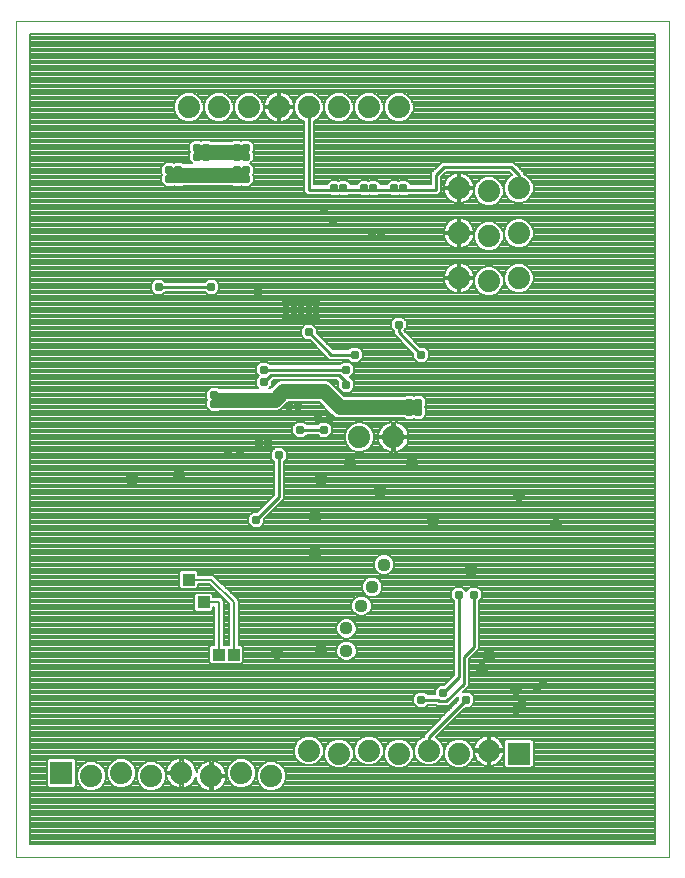
<source format=gbl>
G75*
%MOIN*%
%OFA0B0*%
%FSLAX25Y25*%
%IPPOS*%
%LPD*%
%AMOC8*
5,1,8,0,0,1.08239X$1,22.5*
%
%ADD10C,0.00000*%
%ADD11C,0.07400*%
%ADD12R,0.07400X0.07400*%
%ADD13C,0.04400*%
%ADD14C,0.00800*%
%ADD15OC8,0.02978*%
%ADD16C,0.01000*%
%ADD17C,0.05000*%
%ADD18R,0.03962X0.03962*%
D10*
X0001400Y0006400D02*
X0001400Y0285101D01*
X0218821Y0285101D01*
X0218821Y0006400D01*
X0001400Y0006400D01*
D11*
X0026400Y0033400D03*
X0036400Y0034400D03*
X0046400Y0033400D03*
X0056400Y0034400D03*
X0066400Y0033400D03*
X0076400Y0034400D03*
X0086400Y0033400D03*
X0098900Y0041900D03*
X0108900Y0040900D03*
X0118900Y0041900D03*
X0128900Y0040900D03*
X0138900Y0041900D03*
X0148900Y0040900D03*
X0158900Y0041900D03*
X0127100Y0146400D03*
X0115700Y0146400D03*
X0148900Y0199400D03*
X0158900Y0198400D03*
X0168900Y0199400D03*
X0168900Y0214400D03*
X0158900Y0213400D03*
X0148900Y0214400D03*
X0158900Y0228400D03*
X0168900Y0229400D03*
X0148900Y0229400D03*
X0128900Y0256400D03*
X0118900Y0256400D03*
X0108900Y0256400D03*
X0098900Y0256400D03*
X0088900Y0256400D03*
X0078900Y0256400D03*
X0068900Y0256400D03*
X0058900Y0256400D03*
D12*
X0168900Y0040900D03*
X0016400Y0034400D03*
D13*
X0088132Y0074372D03*
X0102896Y0075357D03*
X0111400Y0075150D03*
X0111400Y0082650D03*
X0116415Y0090170D03*
X0120036Y0096418D03*
X0123950Y0103900D03*
X0140298Y0118664D03*
X0153093Y0101931D03*
X0168841Y0127030D03*
X0181144Y0117187D03*
X0158998Y0073388D03*
X0156538Y0068959D03*
X0167857Y0062561D03*
X0122581Y0128506D03*
X0112739Y0137365D03*
X0102896Y0132443D03*
X0100928Y0119648D03*
X0100928Y0107837D03*
X0133408Y0137365D03*
X0055652Y0133428D03*
X0039904Y0132443D03*
D14*
X0064711Y0156286D02*
X0066286Y0154711D01*
X0068514Y0154711D01*
X0069003Y0155200D01*
X0088363Y0155200D01*
X0089723Y0155763D01*
X0090764Y0156804D01*
X0091949Y0157989D01*
X0102351Y0157989D01*
X0107077Y0153263D01*
X0108437Y0152700D01*
X0130797Y0152700D01*
X0131286Y0152211D01*
X0133514Y0152211D01*
X0133900Y0152597D01*
X0134286Y0152211D01*
X0136514Y0152211D01*
X0138089Y0153786D01*
X0138089Y0156014D01*
X0137703Y0156400D01*
X0138089Y0156786D01*
X0138089Y0159014D01*
X0136514Y0160589D01*
X0134286Y0160589D01*
X0133900Y0160203D01*
X0133514Y0160589D01*
X0131286Y0160589D01*
X0130797Y0160100D01*
X0110705Y0160100D01*
X0107020Y0163785D01*
X0105980Y0164826D01*
X0104620Y0165389D01*
X0089680Y0165389D01*
X0088320Y0164826D01*
X0087280Y0163785D01*
X0086095Y0162600D01*
X0085703Y0162600D01*
X0086589Y0163486D01*
X0086589Y0164885D01*
X0087104Y0165400D01*
X0108196Y0165400D01*
X0108711Y0164885D01*
X0108711Y0162786D01*
X0110286Y0161211D01*
X0112514Y0161211D01*
X0114089Y0162786D01*
X0114089Y0165014D01*
X0112703Y0166400D01*
X0114089Y0167786D01*
X0114089Y0170014D01*
X0112514Y0171589D01*
X0110286Y0171589D01*
X0109297Y0170600D01*
X0086003Y0170600D01*
X0085014Y0171589D01*
X0082786Y0171589D01*
X0081211Y0170014D01*
X0081211Y0167786D01*
X0082247Y0166750D01*
X0081211Y0165714D01*
X0081211Y0163486D01*
X0082097Y0162600D01*
X0069003Y0162600D01*
X0068514Y0163089D01*
X0066286Y0163089D01*
X0064711Y0161514D01*
X0064711Y0159286D01*
X0065097Y0158900D01*
X0064711Y0158514D01*
X0064711Y0156286D01*
X0064962Y0156035D02*
X0005800Y0156035D01*
X0005800Y0155237D02*
X0065761Y0155237D01*
X0064711Y0156834D02*
X0005800Y0156834D01*
X0005800Y0157632D02*
X0064711Y0157632D01*
X0064711Y0158431D02*
X0005800Y0158431D01*
X0005800Y0159229D02*
X0064768Y0159229D01*
X0064711Y0160028D02*
X0005800Y0160028D01*
X0005800Y0160826D02*
X0064711Y0160826D01*
X0064822Y0161625D02*
X0005800Y0161625D01*
X0005800Y0162423D02*
X0065620Y0162423D01*
X0081211Y0164020D02*
X0005800Y0164020D01*
X0005800Y0163222D02*
X0081476Y0163222D01*
X0081211Y0164819D02*
X0005800Y0164819D01*
X0005800Y0165617D02*
X0081211Y0165617D01*
X0081913Y0166416D02*
X0005800Y0166416D01*
X0005800Y0167214D02*
X0081783Y0167214D01*
X0081211Y0168013D02*
X0005800Y0168013D01*
X0005800Y0168811D02*
X0081211Y0168811D01*
X0081211Y0169610D02*
X0005800Y0169610D01*
X0005800Y0170408D02*
X0081605Y0170408D01*
X0082404Y0171207D02*
X0005800Y0171207D01*
X0005800Y0172005D02*
X0112281Y0172005D01*
X0112086Y0172200D02*
X0113075Y0171211D01*
X0115303Y0171211D01*
X0116878Y0172786D01*
X0116878Y0175014D01*
X0115303Y0176589D01*
X0113075Y0176589D01*
X0112086Y0175600D01*
X0107104Y0175600D01*
X0101572Y0181133D01*
X0101572Y0182531D01*
X0099996Y0184106D01*
X0097769Y0184106D01*
X0096194Y0182531D01*
X0096194Y0180304D01*
X0097769Y0178728D01*
X0099167Y0178728D01*
X0104700Y0173196D01*
X0105696Y0172200D01*
X0112086Y0172200D01*
X0112896Y0171207D02*
X0214421Y0171207D01*
X0214421Y0172005D02*
X0138308Y0172005D01*
X0139089Y0172786D02*
X0137514Y0171211D01*
X0135286Y0171211D01*
X0133711Y0172786D01*
X0133711Y0174185D01*
X0127200Y0180696D01*
X0127200Y0181797D01*
X0126211Y0182786D01*
X0126211Y0185014D01*
X0127786Y0186589D01*
X0130014Y0186589D01*
X0131589Y0185014D01*
X0131589Y0182786D01*
X0130753Y0181951D01*
X0136115Y0176589D01*
X0137514Y0176589D01*
X0139089Y0175014D01*
X0139089Y0172786D01*
X0139089Y0172804D02*
X0214421Y0172804D01*
X0214421Y0173602D02*
X0139089Y0173602D01*
X0139089Y0174401D02*
X0214421Y0174401D01*
X0214421Y0175199D02*
X0138903Y0175199D01*
X0138105Y0175998D02*
X0214421Y0175998D01*
X0214421Y0176796D02*
X0135908Y0176796D01*
X0135109Y0177595D02*
X0214421Y0177595D01*
X0214421Y0178393D02*
X0134311Y0178393D01*
X0133512Y0179192D02*
X0214421Y0179192D01*
X0214421Y0179990D02*
X0132714Y0179990D01*
X0131915Y0180789D02*
X0214421Y0180789D01*
X0214421Y0181587D02*
X0131117Y0181587D01*
X0131189Y0182386D02*
X0214421Y0182386D01*
X0214421Y0183184D02*
X0131589Y0183184D01*
X0131589Y0183983D02*
X0214421Y0183983D01*
X0214421Y0184781D02*
X0131589Y0184781D01*
X0131023Y0185580D02*
X0214421Y0185580D01*
X0214421Y0186378D02*
X0130224Y0186378D01*
X0127576Y0186378D02*
X0005800Y0186378D01*
X0005800Y0185580D02*
X0126777Y0185580D01*
X0126211Y0184781D02*
X0005800Y0184781D01*
X0005800Y0183983D02*
X0097645Y0183983D01*
X0096847Y0183184D02*
X0005800Y0183184D01*
X0005800Y0182386D02*
X0096194Y0182386D01*
X0096194Y0181587D02*
X0005800Y0181587D01*
X0005800Y0180789D02*
X0096194Y0180789D01*
X0096507Y0179990D02*
X0005800Y0179990D01*
X0005800Y0179192D02*
X0097305Y0179192D01*
X0099502Y0178393D02*
X0005800Y0178393D01*
X0005800Y0177595D02*
X0100301Y0177595D01*
X0101100Y0176796D02*
X0005800Y0176796D01*
X0005800Y0175998D02*
X0101898Y0175998D01*
X0102697Y0175199D02*
X0005800Y0175199D01*
X0005800Y0174401D02*
X0103495Y0174401D01*
X0104294Y0173602D02*
X0005800Y0173602D01*
X0005800Y0172804D02*
X0105092Y0172804D01*
X0106706Y0175998D02*
X0112484Y0175998D01*
X0115894Y0175998D02*
X0131898Y0175998D01*
X0131100Y0176796D02*
X0105908Y0176796D01*
X0105109Y0177595D02*
X0130301Y0177595D01*
X0129502Y0178393D02*
X0104311Y0178393D01*
X0103512Y0179192D02*
X0128704Y0179192D01*
X0127905Y0179990D02*
X0102714Y0179990D01*
X0101915Y0180789D02*
X0127200Y0180789D01*
X0127200Y0181587D02*
X0101572Y0181587D01*
X0101572Y0182386D02*
X0126611Y0182386D01*
X0126211Y0183184D02*
X0100918Y0183184D01*
X0100120Y0183983D02*
X0126211Y0183983D01*
X0132697Y0175199D02*
X0116692Y0175199D01*
X0116878Y0174401D02*
X0133495Y0174401D01*
X0133711Y0173602D02*
X0116878Y0173602D01*
X0116878Y0172804D02*
X0133711Y0172804D01*
X0134492Y0172005D02*
X0116097Y0172005D01*
X0113695Y0170408D02*
X0214421Y0170408D01*
X0214421Y0169610D02*
X0114089Y0169610D01*
X0114089Y0168811D02*
X0214421Y0168811D01*
X0214421Y0168013D02*
X0114089Y0168013D01*
X0113517Y0167214D02*
X0214421Y0167214D01*
X0214421Y0166416D02*
X0112718Y0166416D01*
X0113486Y0165617D02*
X0214421Y0165617D01*
X0214421Y0164819D02*
X0114089Y0164819D01*
X0114089Y0164020D02*
X0214421Y0164020D01*
X0214421Y0163222D02*
X0114089Y0163222D01*
X0113726Y0162423D02*
X0214421Y0162423D01*
X0214421Y0161625D02*
X0112927Y0161625D01*
X0109979Y0160826D02*
X0214421Y0160826D01*
X0214421Y0160028D02*
X0137075Y0160028D01*
X0137874Y0159229D02*
X0214421Y0159229D01*
X0214421Y0158431D02*
X0138089Y0158431D01*
X0138089Y0157632D02*
X0214421Y0157632D01*
X0214421Y0156834D02*
X0138089Y0156834D01*
X0138068Y0156035D02*
X0214421Y0156035D01*
X0214421Y0155237D02*
X0138089Y0155237D01*
X0138089Y0154438D02*
X0214421Y0154438D01*
X0214421Y0153639D02*
X0137942Y0153639D01*
X0137144Y0152841D02*
X0214421Y0152841D01*
X0214421Y0152042D02*
X0005800Y0152042D01*
X0005800Y0151244D02*
X0094652Y0151244D01*
X0094997Y0151589D02*
X0093422Y0150014D01*
X0093422Y0147786D01*
X0094997Y0146211D01*
X0097225Y0146211D01*
X0098214Y0147200D01*
X0101797Y0147200D01*
X0102786Y0146211D01*
X0105014Y0146211D01*
X0106589Y0147786D01*
X0106589Y0150014D01*
X0105014Y0151589D01*
X0102786Y0151589D01*
X0101797Y0150600D01*
X0098214Y0150600D01*
X0097225Y0151589D01*
X0094997Y0151589D01*
X0093854Y0150445D02*
X0005800Y0150445D01*
X0005800Y0149647D02*
X0093422Y0149647D01*
X0093422Y0148848D02*
X0005800Y0148848D01*
X0005800Y0148050D02*
X0093422Y0148050D01*
X0093957Y0147251D02*
X0005800Y0147251D01*
X0005800Y0146453D02*
X0094755Y0146453D01*
X0097467Y0146453D02*
X0102544Y0146453D01*
X0105256Y0146453D02*
X0110800Y0146453D01*
X0110800Y0147251D02*
X0106054Y0147251D01*
X0106589Y0148050D02*
X0111080Y0148050D01*
X0110800Y0147375D02*
X0110800Y0145425D01*
X0111546Y0143624D01*
X0112924Y0142246D01*
X0114725Y0141500D01*
X0116675Y0141500D01*
X0118476Y0142246D01*
X0119854Y0143624D01*
X0120600Y0145425D01*
X0120600Y0147375D01*
X0119854Y0149176D01*
X0118476Y0150554D01*
X0116675Y0151300D01*
X0114725Y0151300D01*
X0112924Y0150554D01*
X0111546Y0149176D01*
X0110800Y0147375D01*
X0111410Y0148848D02*
X0106589Y0148848D01*
X0106589Y0149647D02*
X0112017Y0149647D01*
X0112816Y0150445D02*
X0106157Y0150445D01*
X0105359Y0151244D02*
X0114590Y0151244D01*
X0116810Y0151244D02*
X0125504Y0151244D01*
X0125142Y0151126D02*
X0124427Y0150762D01*
X0123778Y0150290D01*
X0123210Y0149722D01*
X0122738Y0149073D01*
X0122374Y0148358D01*
X0122126Y0147594D01*
X0122000Y0146801D01*
X0122000Y0146800D01*
X0126700Y0146800D01*
X0126700Y0151500D01*
X0126699Y0151500D01*
X0125906Y0151374D01*
X0125142Y0151126D01*
X0123991Y0150445D02*
X0118584Y0150445D01*
X0119383Y0149647D02*
X0123155Y0149647D01*
X0122624Y0148848D02*
X0119990Y0148848D01*
X0120320Y0148050D02*
X0122274Y0148050D01*
X0122071Y0147251D02*
X0120600Y0147251D01*
X0120600Y0146453D02*
X0126700Y0146453D01*
X0126700Y0146800D02*
X0126700Y0146000D01*
X0122000Y0146000D01*
X0122000Y0145999D01*
X0122126Y0145206D01*
X0122374Y0144442D01*
X0122738Y0143727D01*
X0123210Y0143078D01*
X0123778Y0142510D01*
X0124427Y0142038D01*
X0125142Y0141674D01*
X0125906Y0141426D01*
X0126699Y0141300D01*
X0126700Y0141300D01*
X0126700Y0146000D01*
X0127500Y0146000D01*
X0127500Y0146800D01*
X0126700Y0146800D01*
X0126700Y0147251D02*
X0127500Y0147251D01*
X0127500Y0146800D02*
X0127500Y0151500D01*
X0127501Y0151500D01*
X0128294Y0151374D01*
X0129058Y0151126D01*
X0129773Y0150762D01*
X0130422Y0150290D01*
X0130990Y0149722D01*
X0131462Y0149073D01*
X0131826Y0148358D01*
X0132074Y0147594D01*
X0132200Y0146801D01*
X0132200Y0146800D01*
X0127500Y0146800D01*
X0127500Y0146453D02*
X0214421Y0146453D01*
X0214421Y0147251D02*
X0132129Y0147251D01*
X0131926Y0148050D02*
X0214421Y0148050D01*
X0214421Y0148848D02*
X0131576Y0148848D01*
X0131045Y0149647D02*
X0214421Y0149647D01*
X0214421Y0150445D02*
X0130209Y0150445D01*
X0128696Y0151244D02*
X0214421Y0151244D01*
X0214421Y0145654D02*
X0132145Y0145654D01*
X0132200Y0145999D02*
X0132074Y0145206D01*
X0131826Y0144442D01*
X0131462Y0143727D01*
X0130990Y0143078D01*
X0130422Y0142510D01*
X0129773Y0142038D01*
X0129058Y0141674D01*
X0128294Y0141426D01*
X0127501Y0141300D01*
X0127500Y0141300D01*
X0127500Y0146000D01*
X0132200Y0146000D01*
X0132200Y0145999D01*
X0131961Y0144856D02*
X0214421Y0144856D01*
X0214421Y0144057D02*
X0131630Y0144057D01*
X0131122Y0143259D02*
X0214421Y0143259D01*
X0214421Y0142460D02*
X0130354Y0142460D01*
X0129021Y0141662D02*
X0214421Y0141662D01*
X0214421Y0140863D02*
X0091589Y0140863D01*
X0091589Y0141398D02*
X0090014Y0142973D01*
X0087786Y0142973D01*
X0086211Y0141398D01*
X0086211Y0139170D01*
X0087200Y0138181D01*
X0087200Y0127104D01*
X0081685Y0121589D01*
X0080286Y0121589D01*
X0078711Y0120014D01*
X0078711Y0117786D01*
X0080286Y0116211D01*
X0082514Y0116211D01*
X0084089Y0117786D01*
X0084089Y0119185D01*
X0090600Y0125696D01*
X0090600Y0138181D01*
X0091589Y0139170D01*
X0091589Y0141398D01*
X0091325Y0141662D02*
X0114335Y0141662D01*
X0112710Y0142460D02*
X0090527Y0142460D01*
X0091589Y0140065D02*
X0214421Y0140065D01*
X0214421Y0139266D02*
X0091589Y0139266D01*
X0090886Y0138468D02*
X0214421Y0138468D01*
X0214421Y0137669D02*
X0090600Y0137669D01*
X0090600Y0136871D02*
X0214421Y0136871D01*
X0214421Y0136072D02*
X0090600Y0136072D01*
X0090600Y0135274D02*
X0214421Y0135274D01*
X0214421Y0134475D02*
X0090600Y0134475D01*
X0090600Y0133677D02*
X0214421Y0133677D01*
X0214421Y0132878D02*
X0090600Y0132878D01*
X0090600Y0132080D02*
X0214421Y0132080D01*
X0214421Y0131281D02*
X0090600Y0131281D01*
X0090600Y0130483D02*
X0214421Y0130483D01*
X0214421Y0129684D02*
X0090600Y0129684D01*
X0090600Y0128886D02*
X0214421Y0128886D01*
X0214421Y0128087D02*
X0090600Y0128087D01*
X0090600Y0127289D02*
X0214421Y0127289D01*
X0214421Y0126490D02*
X0090600Y0126490D01*
X0090596Y0125692D02*
X0214421Y0125692D01*
X0214421Y0124893D02*
X0089797Y0124893D01*
X0088999Y0124095D02*
X0214421Y0124095D01*
X0214421Y0123296D02*
X0088200Y0123296D01*
X0087402Y0122498D02*
X0214421Y0122498D01*
X0214421Y0121699D02*
X0086603Y0121699D01*
X0085805Y0120901D02*
X0214421Y0120901D01*
X0214421Y0120102D02*
X0085006Y0120102D01*
X0084208Y0119303D02*
X0214421Y0119303D01*
X0214421Y0118505D02*
X0084089Y0118505D01*
X0084009Y0117706D02*
X0214421Y0117706D01*
X0214421Y0116908D02*
X0083211Y0116908D01*
X0079589Y0116908D02*
X0005800Y0116908D01*
X0005800Y0117706D02*
X0078791Y0117706D01*
X0078711Y0118505D02*
X0005800Y0118505D01*
X0005800Y0119303D02*
X0078711Y0119303D01*
X0078799Y0120102D02*
X0005800Y0120102D01*
X0005800Y0120901D02*
X0079598Y0120901D01*
X0081795Y0121699D02*
X0005800Y0121699D01*
X0005800Y0122498D02*
X0082593Y0122498D01*
X0083392Y0123296D02*
X0005800Y0123296D01*
X0005800Y0124095D02*
X0084190Y0124095D01*
X0084989Y0124893D02*
X0005800Y0124893D01*
X0005800Y0125692D02*
X0085787Y0125692D01*
X0086586Y0126490D02*
X0005800Y0126490D01*
X0005800Y0127289D02*
X0087200Y0127289D01*
X0087200Y0128087D02*
X0005800Y0128087D01*
X0005800Y0128886D02*
X0087200Y0128886D01*
X0087200Y0129684D02*
X0005800Y0129684D01*
X0005800Y0130483D02*
X0087200Y0130483D01*
X0087200Y0131281D02*
X0005800Y0131281D01*
X0005800Y0132080D02*
X0087200Y0132080D01*
X0087200Y0132878D02*
X0005800Y0132878D01*
X0005800Y0133677D02*
X0087200Y0133677D01*
X0087200Y0134475D02*
X0005800Y0134475D01*
X0005800Y0135274D02*
X0087200Y0135274D01*
X0087200Y0136072D02*
X0005800Y0136072D01*
X0005800Y0136871D02*
X0087200Y0136871D01*
X0087200Y0137669D02*
X0005800Y0137669D01*
X0005800Y0138468D02*
X0086914Y0138468D01*
X0086211Y0139266D02*
X0005800Y0139266D01*
X0005800Y0140065D02*
X0086211Y0140065D01*
X0086211Y0140863D02*
X0005800Y0140863D01*
X0005800Y0141662D02*
X0086475Y0141662D01*
X0087273Y0142460D02*
X0005800Y0142460D01*
X0005800Y0143259D02*
X0111912Y0143259D01*
X0111367Y0144057D02*
X0005800Y0144057D01*
X0005800Y0144856D02*
X0111036Y0144856D01*
X0110800Y0145654D02*
X0005800Y0145654D01*
X0005800Y0152841D02*
X0108096Y0152841D01*
X0106701Y0153639D02*
X0005800Y0153639D01*
X0005800Y0154438D02*
X0105902Y0154438D01*
X0105104Y0155237D02*
X0088451Y0155237D01*
X0089995Y0156035D02*
X0104305Y0156035D01*
X0103507Y0156834D02*
X0090793Y0156834D01*
X0091592Y0157632D02*
X0102708Y0157632D01*
X0107584Y0163222D02*
X0108711Y0163222D01*
X0108711Y0164020D02*
X0106785Y0164020D01*
X0105987Y0164819D02*
X0108711Y0164819D01*
X0108382Y0162423D02*
X0109074Y0162423D01*
X0109181Y0161625D02*
X0109873Y0161625D01*
X0109904Y0171207D02*
X0085396Y0171207D01*
X0086589Y0164819D02*
X0088313Y0164819D01*
X0087515Y0164020D02*
X0086589Y0164020D01*
X0086716Y0163222D02*
X0086324Y0163222D01*
X0097570Y0151244D02*
X0102441Y0151244D01*
X0117065Y0141662D02*
X0125179Y0141662D01*
X0126700Y0141662D02*
X0127500Y0141662D01*
X0127500Y0142460D02*
X0126700Y0142460D01*
X0126700Y0143259D02*
X0127500Y0143259D01*
X0127500Y0144057D02*
X0126700Y0144057D01*
X0126700Y0144856D02*
X0127500Y0144856D01*
X0127500Y0145654D02*
X0126700Y0145654D01*
X0126700Y0148050D02*
X0127500Y0148050D01*
X0127500Y0148848D02*
X0126700Y0148848D01*
X0126700Y0149647D02*
X0127500Y0149647D01*
X0127500Y0150445D02*
X0126700Y0150445D01*
X0126700Y0151244D02*
X0127500Y0151244D01*
X0122055Y0145654D02*
X0120600Y0145654D01*
X0120364Y0144856D02*
X0122239Y0144856D01*
X0122570Y0144057D02*
X0120033Y0144057D01*
X0119488Y0143259D02*
X0123078Y0143259D01*
X0123846Y0142460D02*
X0118690Y0142460D01*
X0123273Y0107300D02*
X0122024Y0106782D01*
X0121067Y0105826D01*
X0120550Y0104576D01*
X0120550Y0103224D01*
X0121067Y0101974D01*
X0122024Y0101018D01*
X0123273Y0100500D01*
X0124626Y0100500D01*
X0125876Y0101018D01*
X0126832Y0101974D01*
X0127350Y0103224D01*
X0127350Y0104576D01*
X0126832Y0105826D01*
X0125876Y0106782D01*
X0124626Y0107300D01*
X0123273Y0107300D01*
X0121769Y0106527D02*
X0005800Y0106527D01*
X0005800Y0105729D02*
X0121027Y0105729D01*
X0120696Y0104930D02*
X0005800Y0104930D01*
X0005800Y0104132D02*
X0120550Y0104132D01*
X0120550Y0103333D02*
X0005800Y0103333D01*
X0005800Y0102535D02*
X0120835Y0102535D01*
X0121305Y0101736D02*
X0061723Y0101736D01*
X0061378Y0102081D02*
X0062081Y0101378D01*
X0062081Y0100500D01*
X0067063Y0100500D01*
X0074563Y0093000D01*
X0075500Y0092063D01*
X0075500Y0077081D01*
X0076378Y0077081D01*
X0077081Y0076378D01*
X0077081Y0071422D01*
X0076378Y0070719D01*
X0071422Y0070719D01*
X0071400Y0070741D01*
X0071378Y0070719D01*
X0066422Y0070719D01*
X0065719Y0071422D01*
X0065719Y0076378D01*
X0066422Y0077081D01*
X0067300Y0077081D01*
X0067300Y0089800D01*
X0067081Y0089800D01*
X0067081Y0088922D01*
X0066378Y0088219D01*
X0061422Y0088219D01*
X0060719Y0088922D01*
X0060719Y0093878D01*
X0061422Y0094581D01*
X0066378Y0094581D01*
X0067081Y0093878D01*
X0067081Y0093000D01*
X0069563Y0093000D01*
X0070500Y0092063D01*
X0070500Y0077081D01*
X0071378Y0077081D01*
X0071400Y0077059D01*
X0071422Y0077081D01*
X0072300Y0077081D01*
X0072300Y0090737D01*
X0065737Y0097300D01*
X0062081Y0097300D01*
X0062081Y0096422D01*
X0061378Y0095719D01*
X0056422Y0095719D01*
X0055719Y0096422D01*
X0055719Y0101378D01*
X0056422Y0102081D01*
X0061378Y0102081D01*
X0062081Y0100938D02*
X0122217Y0100938D01*
X0121865Y0099341D02*
X0214421Y0099341D01*
X0214421Y0100139D02*
X0067423Y0100139D01*
X0068222Y0099341D02*
X0118207Y0099341D01*
X0118110Y0099300D02*
X0117154Y0098344D01*
X0116636Y0097094D01*
X0116636Y0095742D01*
X0117154Y0094492D01*
X0118110Y0093536D01*
X0119360Y0093018D01*
X0120713Y0093018D01*
X0121962Y0093536D01*
X0122919Y0094492D01*
X0123436Y0095742D01*
X0123436Y0097094D01*
X0122919Y0098344D01*
X0121962Y0099300D01*
X0120713Y0099818D01*
X0119360Y0099818D01*
X0118110Y0099300D01*
X0117352Y0098542D02*
X0069021Y0098542D01*
X0069819Y0097744D02*
X0116905Y0097744D01*
X0116636Y0096945D02*
X0070618Y0096945D01*
X0071416Y0096147D02*
X0116636Y0096147D01*
X0116799Y0095348D02*
X0072215Y0095348D01*
X0073013Y0094550D02*
X0117130Y0094550D01*
X0117091Y0093570D02*
X0115739Y0093570D01*
X0114489Y0093053D01*
X0113533Y0092096D01*
X0113015Y0090847D01*
X0113015Y0089494D01*
X0113533Y0088245D01*
X0114489Y0087288D01*
X0115739Y0086770D01*
X0117091Y0086770D01*
X0118341Y0087288D01*
X0119297Y0088245D01*
X0119815Y0089494D01*
X0119815Y0090847D01*
X0119297Y0092096D01*
X0118341Y0093053D01*
X0117091Y0093570D01*
X0117895Y0093751D02*
X0073812Y0093751D01*
X0074610Y0092953D02*
X0114389Y0092953D01*
X0113590Y0092154D02*
X0075409Y0092154D01*
X0075500Y0091356D02*
X0113226Y0091356D01*
X0113015Y0090557D02*
X0075500Y0090557D01*
X0075500Y0089759D02*
X0113015Y0089759D01*
X0113236Y0088960D02*
X0075500Y0088960D01*
X0075500Y0088162D02*
X0113616Y0088162D01*
X0114414Y0087363D02*
X0075500Y0087363D01*
X0075500Y0086565D02*
X0147200Y0086565D01*
X0147200Y0087363D02*
X0118416Y0087363D01*
X0119214Y0088162D02*
X0147200Y0088162D01*
X0147200Y0088960D02*
X0119594Y0088960D01*
X0119815Y0089759D02*
X0147200Y0089759D01*
X0147200Y0090557D02*
X0119815Y0090557D01*
X0119604Y0091356D02*
X0147200Y0091356D01*
X0147200Y0091797D02*
X0147200Y0067104D01*
X0143896Y0063800D01*
X0142497Y0063800D01*
X0140922Y0062225D01*
X0140922Y0060600D01*
X0138503Y0060600D01*
X0137514Y0061589D01*
X0135286Y0061589D01*
X0133711Y0060014D01*
X0133711Y0057786D01*
X0135286Y0056211D01*
X0137514Y0056211D01*
X0138503Y0057200D01*
X0141174Y0057200D01*
X0141752Y0056622D01*
X0145470Y0056622D01*
X0148711Y0059863D01*
X0148711Y0058615D01*
X0138196Y0048100D01*
X0137200Y0047104D01*
X0137200Y0046500D01*
X0136124Y0046054D01*
X0134746Y0044676D01*
X0134000Y0042875D01*
X0134000Y0040925D01*
X0134746Y0039124D01*
X0136124Y0037746D01*
X0137925Y0037000D01*
X0139875Y0037000D01*
X0141676Y0037746D01*
X0143054Y0039124D01*
X0143800Y0040925D01*
X0143800Y0042875D01*
X0143054Y0044676D01*
X0141676Y0046054D01*
X0141168Y0046264D01*
X0151115Y0056211D01*
X0152514Y0056211D01*
X0154089Y0057786D01*
X0154089Y0060014D01*
X0152514Y0061589D01*
X0150437Y0061589D01*
X0152400Y0063552D01*
X0152400Y0072496D01*
X0155600Y0075696D01*
X0155600Y0091797D01*
X0156589Y0092786D01*
X0156589Y0095014D01*
X0155014Y0096589D01*
X0152786Y0096589D01*
X0151400Y0095203D01*
X0150014Y0096589D01*
X0147786Y0096589D01*
X0146211Y0095014D01*
X0146211Y0092786D01*
X0147200Y0091797D01*
X0146843Y0092154D02*
X0119240Y0092154D01*
X0118441Y0092953D02*
X0146211Y0092953D01*
X0146211Y0093751D02*
X0122178Y0093751D01*
X0122942Y0094550D02*
X0146211Y0094550D01*
X0146545Y0095348D02*
X0123273Y0095348D01*
X0123436Y0096147D02*
X0147344Y0096147D01*
X0150456Y0096147D02*
X0152344Y0096147D01*
X0151545Y0095348D02*
X0151255Y0095348D01*
X0155456Y0096147D02*
X0214421Y0096147D01*
X0214421Y0096945D02*
X0123436Y0096945D01*
X0123167Y0097744D02*
X0214421Y0097744D01*
X0214421Y0098542D02*
X0122720Y0098542D01*
X0125683Y0100938D02*
X0214421Y0100938D01*
X0214421Y0101736D02*
X0126594Y0101736D01*
X0127064Y0102535D02*
X0214421Y0102535D01*
X0214421Y0103333D02*
X0127350Y0103333D01*
X0127350Y0104132D02*
X0214421Y0104132D01*
X0214421Y0104930D02*
X0127203Y0104930D01*
X0126872Y0105729D02*
X0214421Y0105729D01*
X0214421Y0106527D02*
X0126131Y0106527D01*
X0113326Y0085532D02*
X0112076Y0086050D01*
X0110724Y0086050D01*
X0109474Y0085532D01*
X0108518Y0084576D01*
X0108000Y0083326D01*
X0108000Y0081974D01*
X0108518Y0080724D01*
X0109474Y0079768D01*
X0110724Y0079250D01*
X0112076Y0079250D01*
X0113326Y0079768D01*
X0114282Y0080724D01*
X0114800Y0081974D01*
X0114800Y0083326D01*
X0114282Y0084576D01*
X0113326Y0085532D01*
X0112762Y0085766D02*
X0147200Y0085766D01*
X0147200Y0084968D02*
X0113891Y0084968D01*
X0114451Y0084169D02*
X0147200Y0084169D01*
X0147200Y0083370D02*
X0114782Y0083370D01*
X0114800Y0082572D02*
X0147200Y0082572D01*
X0147200Y0081773D02*
X0114717Y0081773D01*
X0114386Y0080975D02*
X0147200Y0080975D01*
X0147200Y0080176D02*
X0113735Y0080176D01*
X0112385Y0079378D02*
X0147200Y0079378D01*
X0147200Y0078579D02*
X0075500Y0078579D01*
X0075500Y0077781D02*
X0109223Y0077781D01*
X0109474Y0078032D02*
X0108518Y0077076D01*
X0108000Y0075826D01*
X0108000Y0074474D01*
X0108518Y0073224D01*
X0109474Y0072268D01*
X0110724Y0071750D01*
X0112076Y0071750D01*
X0113326Y0072268D01*
X0114282Y0073224D01*
X0114800Y0074474D01*
X0114800Y0075826D01*
X0114282Y0077076D01*
X0113326Y0078032D01*
X0112076Y0078550D01*
X0110724Y0078550D01*
X0109474Y0078032D01*
X0108479Y0076982D02*
X0076477Y0076982D01*
X0077081Y0076184D02*
X0108148Y0076184D01*
X0108000Y0075385D02*
X0077081Y0075385D01*
X0077081Y0074587D02*
X0108000Y0074587D01*
X0108284Y0073788D02*
X0077081Y0073788D01*
X0077081Y0072990D02*
X0108752Y0072990D01*
X0109658Y0072191D02*
X0077081Y0072191D01*
X0077052Y0071393D02*
X0147200Y0071393D01*
X0147200Y0072191D02*
X0113142Y0072191D01*
X0114048Y0072990D02*
X0147200Y0072990D01*
X0147200Y0073788D02*
X0114516Y0073788D01*
X0114800Y0074587D02*
X0147200Y0074587D01*
X0147200Y0075385D02*
X0114800Y0075385D01*
X0114652Y0076184D02*
X0147200Y0076184D01*
X0147200Y0076982D02*
X0114321Y0076982D01*
X0113577Y0077781D02*
X0147200Y0077781D01*
X0147200Y0070594D02*
X0005800Y0070594D01*
X0005800Y0069796D02*
X0147200Y0069796D01*
X0147200Y0068997D02*
X0005800Y0068997D01*
X0005800Y0068199D02*
X0147200Y0068199D01*
X0147200Y0067400D02*
X0005800Y0067400D01*
X0005800Y0066602D02*
X0146698Y0066602D01*
X0145899Y0065803D02*
X0005800Y0065803D01*
X0005800Y0065005D02*
X0145101Y0065005D01*
X0144302Y0064206D02*
X0005800Y0064206D01*
X0005800Y0063408D02*
X0142105Y0063408D01*
X0141306Y0062609D02*
X0005800Y0062609D01*
X0005800Y0061811D02*
X0140922Y0061811D01*
X0140922Y0061012D02*
X0138091Y0061012D01*
X0134709Y0061012D02*
X0005800Y0061012D01*
X0005800Y0060214D02*
X0133911Y0060214D01*
X0133711Y0059415D02*
X0005800Y0059415D01*
X0005800Y0058617D02*
X0133711Y0058617D01*
X0133711Y0057818D02*
X0005800Y0057818D01*
X0005800Y0057020D02*
X0134478Y0057020D01*
X0135276Y0056221D02*
X0005800Y0056221D01*
X0005800Y0055423D02*
X0145518Y0055423D01*
X0144720Y0054624D02*
X0005800Y0054624D01*
X0005800Y0053826D02*
X0143921Y0053826D01*
X0143123Y0053027D02*
X0005800Y0053027D01*
X0005800Y0052229D02*
X0142324Y0052229D01*
X0141526Y0051430D02*
X0005800Y0051430D01*
X0005800Y0050632D02*
X0140727Y0050632D01*
X0139929Y0049833D02*
X0005800Y0049833D01*
X0005800Y0049034D02*
X0139130Y0049034D01*
X0138332Y0048236D02*
X0005800Y0048236D01*
X0005800Y0047437D02*
X0137533Y0047437D01*
X0137200Y0046639D02*
X0120263Y0046639D01*
X0119875Y0046800D02*
X0117925Y0046800D01*
X0116124Y0046054D01*
X0114746Y0044676D01*
X0114000Y0042875D01*
X0114000Y0040925D01*
X0114746Y0039124D01*
X0116124Y0037746D01*
X0117925Y0037000D01*
X0119875Y0037000D01*
X0121676Y0037746D01*
X0123054Y0039124D01*
X0123800Y0040925D01*
X0123800Y0042875D01*
X0123054Y0044676D01*
X0121676Y0046054D01*
X0119875Y0046800D01*
X0121889Y0045840D02*
X0135911Y0045840D01*
X0135112Y0045042D02*
X0131688Y0045042D01*
X0131676Y0045054D02*
X0129875Y0045800D01*
X0127925Y0045800D01*
X0126124Y0045054D01*
X0124746Y0043676D01*
X0124000Y0041875D01*
X0124000Y0039925D01*
X0124746Y0038124D01*
X0126124Y0036746D01*
X0127925Y0036000D01*
X0129875Y0036000D01*
X0131676Y0036746D01*
X0133054Y0038124D01*
X0133800Y0039925D01*
X0133800Y0041875D01*
X0133054Y0043676D01*
X0131676Y0045054D01*
X0132486Y0044243D02*
X0134567Y0044243D01*
X0134236Y0043445D02*
X0133150Y0043445D01*
X0133480Y0042646D02*
X0134000Y0042646D01*
X0134000Y0041848D02*
X0133800Y0041848D01*
X0133800Y0041049D02*
X0134000Y0041049D01*
X0133800Y0040251D02*
X0134279Y0040251D01*
X0134610Y0039452D02*
X0133604Y0039452D01*
X0133273Y0038654D02*
X0135216Y0038654D01*
X0136015Y0037855D02*
X0132785Y0037855D01*
X0131986Y0037057D02*
X0137788Y0037057D01*
X0140012Y0037057D02*
X0145814Y0037057D01*
X0146124Y0036746D02*
X0147925Y0036000D01*
X0149875Y0036000D01*
X0151676Y0036746D01*
X0153054Y0038124D01*
X0153800Y0039925D01*
X0153800Y0041875D01*
X0153054Y0043676D01*
X0151676Y0045054D01*
X0149875Y0045800D01*
X0147925Y0045800D01*
X0146124Y0045054D01*
X0144746Y0043676D01*
X0144000Y0041875D01*
X0144000Y0039925D01*
X0144746Y0038124D01*
X0146124Y0036746D01*
X0147302Y0036258D02*
X0130498Y0036258D01*
X0127302Y0036258D02*
X0110498Y0036258D01*
X0109875Y0036000D02*
X0111676Y0036746D01*
X0113054Y0038124D01*
X0113800Y0039925D01*
X0113800Y0041875D01*
X0113054Y0043676D01*
X0111676Y0045054D01*
X0109875Y0045800D01*
X0107925Y0045800D01*
X0106124Y0045054D01*
X0104746Y0043676D01*
X0104000Y0041875D01*
X0104000Y0039925D01*
X0104746Y0038124D01*
X0106124Y0036746D01*
X0107925Y0036000D01*
X0109875Y0036000D01*
X0111986Y0037057D02*
X0117788Y0037057D01*
X0116015Y0037855D02*
X0112785Y0037855D01*
X0113273Y0038654D02*
X0115216Y0038654D01*
X0114610Y0039452D02*
X0113604Y0039452D01*
X0113800Y0040251D02*
X0114279Y0040251D01*
X0114000Y0041049D02*
X0113800Y0041049D01*
X0113800Y0041848D02*
X0114000Y0041848D01*
X0114000Y0042646D02*
X0113480Y0042646D01*
X0113150Y0043445D02*
X0114236Y0043445D01*
X0114567Y0044243D02*
X0112486Y0044243D01*
X0111688Y0045042D02*
X0115112Y0045042D01*
X0115911Y0045840D02*
X0101889Y0045840D01*
X0101676Y0046054D02*
X0099875Y0046800D01*
X0097925Y0046800D01*
X0096124Y0046054D01*
X0094746Y0044676D01*
X0094000Y0042875D01*
X0094000Y0040925D01*
X0094746Y0039124D01*
X0096124Y0037746D01*
X0097925Y0037000D01*
X0099875Y0037000D01*
X0101676Y0037746D01*
X0103054Y0039124D01*
X0103800Y0040925D01*
X0103800Y0042875D01*
X0103054Y0044676D01*
X0101676Y0046054D01*
X0102688Y0045042D02*
X0106112Y0045042D01*
X0105314Y0044243D02*
X0103233Y0044243D01*
X0103564Y0043445D02*
X0104650Y0043445D01*
X0104320Y0042646D02*
X0103800Y0042646D01*
X0103800Y0041848D02*
X0104000Y0041848D01*
X0104000Y0041049D02*
X0103800Y0041049D01*
X0104000Y0040251D02*
X0103521Y0040251D01*
X0103190Y0039452D02*
X0104196Y0039452D01*
X0104527Y0038654D02*
X0102583Y0038654D01*
X0101785Y0037855D02*
X0105015Y0037855D01*
X0105814Y0037057D02*
X0100012Y0037057D01*
X0097788Y0037057D02*
X0089673Y0037057D01*
X0089176Y0037554D02*
X0087375Y0038300D01*
X0085425Y0038300D01*
X0083624Y0037554D01*
X0082246Y0036176D01*
X0081500Y0034375D01*
X0081500Y0032425D01*
X0082246Y0030624D01*
X0083624Y0029246D01*
X0085425Y0028500D01*
X0087375Y0028500D01*
X0089176Y0029246D01*
X0090554Y0030624D01*
X0091300Y0032425D01*
X0091300Y0034375D01*
X0090554Y0036176D01*
X0089176Y0037554D01*
X0088448Y0037855D02*
X0096015Y0037855D01*
X0095216Y0038654D02*
X0078935Y0038654D01*
X0079176Y0038554D02*
X0077375Y0039300D01*
X0075425Y0039300D01*
X0073624Y0038554D01*
X0072246Y0037176D01*
X0071500Y0035375D01*
X0071500Y0033425D01*
X0072246Y0031624D01*
X0073624Y0030246D01*
X0075425Y0029500D01*
X0077375Y0029500D01*
X0079176Y0030246D01*
X0080554Y0031624D01*
X0081300Y0033425D01*
X0081300Y0035375D01*
X0080554Y0037176D01*
X0079176Y0038554D01*
X0079874Y0037855D02*
X0084352Y0037855D01*
X0083127Y0037057D02*
X0080603Y0037057D01*
X0080934Y0036258D02*
X0082329Y0036258D01*
X0081949Y0035460D02*
X0081265Y0035460D01*
X0081300Y0034661D02*
X0081619Y0034661D01*
X0081500Y0033863D02*
X0081300Y0033863D01*
X0081150Y0033064D02*
X0081500Y0033064D01*
X0081566Y0032266D02*
X0080820Y0032266D01*
X0080397Y0031467D02*
X0081897Y0031467D01*
X0082228Y0030669D02*
X0079598Y0030669D01*
X0078268Y0029870D02*
X0083000Y0029870D01*
X0084045Y0029072D02*
X0069119Y0029072D01*
X0069073Y0029038D02*
X0069722Y0029510D01*
X0070290Y0030078D01*
X0070762Y0030727D01*
X0071126Y0031442D01*
X0071374Y0032206D01*
X0071500Y0032999D01*
X0071500Y0033000D01*
X0066800Y0033000D01*
X0066800Y0033800D01*
X0066000Y0033800D01*
X0066000Y0038500D01*
X0065999Y0038500D01*
X0065206Y0038374D01*
X0064442Y0038126D01*
X0063727Y0037762D01*
X0063078Y0037290D01*
X0062510Y0036722D01*
X0062038Y0036073D01*
X0061674Y0035358D01*
X0061498Y0034816D01*
X0061374Y0035594D01*
X0061126Y0036358D01*
X0060762Y0037073D01*
X0060290Y0037722D01*
X0059722Y0038290D01*
X0059073Y0038762D01*
X0058358Y0039126D01*
X0057594Y0039374D01*
X0056801Y0039500D01*
X0056800Y0039500D01*
X0056800Y0034800D01*
X0056000Y0034800D01*
X0056000Y0039500D01*
X0055999Y0039500D01*
X0055206Y0039374D01*
X0054442Y0039126D01*
X0053727Y0038762D01*
X0053078Y0038290D01*
X0052510Y0037722D01*
X0052038Y0037073D01*
X0051674Y0036358D01*
X0051426Y0035594D01*
X0051300Y0034801D01*
X0051300Y0034800D01*
X0056000Y0034800D01*
X0056000Y0034000D01*
X0051300Y0034000D01*
X0051300Y0033999D01*
X0051426Y0033206D01*
X0051674Y0032442D01*
X0052038Y0031727D01*
X0052510Y0031078D01*
X0053078Y0030510D01*
X0053727Y0030038D01*
X0054442Y0029674D01*
X0055206Y0029426D01*
X0055999Y0029300D01*
X0056000Y0029300D01*
X0056000Y0034000D01*
X0056800Y0034000D01*
X0056800Y0029300D01*
X0056801Y0029300D01*
X0057594Y0029426D01*
X0058358Y0029674D01*
X0059073Y0030038D01*
X0059722Y0030510D01*
X0060290Y0031078D01*
X0060762Y0031727D01*
X0061126Y0032442D01*
X0061302Y0032984D01*
X0061426Y0032206D01*
X0061674Y0031442D01*
X0062038Y0030727D01*
X0062510Y0030078D01*
X0063078Y0029510D01*
X0063727Y0029038D01*
X0064442Y0028674D01*
X0065206Y0028426D01*
X0065999Y0028300D01*
X0066000Y0028300D01*
X0066000Y0033000D01*
X0066800Y0033000D01*
X0066800Y0028300D01*
X0066801Y0028300D01*
X0067594Y0028426D01*
X0068358Y0028674D01*
X0069073Y0029038D01*
X0070083Y0029870D02*
X0074532Y0029870D01*
X0073202Y0030669D02*
X0070720Y0030669D01*
X0071134Y0031467D02*
X0072403Y0031467D01*
X0071980Y0032266D02*
X0071384Y0032266D01*
X0071650Y0033064D02*
X0066800Y0033064D01*
X0066800Y0033800D02*
X0071500Y0033800D01*
X0071500Y0033801D01*
X0071374Y0034594D01*
X0071126Y0035358D01*
X0070762Y0036073D01*
X0070290Y0036722D01*
X0069722Y0037290D01*
X0069073Y0037762D01*
X0068358Y0038126D01*
X0067594Y0038374D01*
X0066801Y0038500D01*
X0066800Y0038500D01*
X0066800Y0033800D01*
X0066800Y0033863D02*
X0066000Y0033863D01*
X0066000Y0034661D02*
X0066800Y0034661D01*
X0066800Y0035460D02*
X0066000Y0035460D01*
X0066000Y0036258D02*
X0066800Y0036258D01*
X0066800Y0037057D02*
X0066000Y0037057D01*
X0066000Y0037855D02*
X0066800Y0037855D01*
X0068890Y0037855D02*
X0072926Y0037855D01*
X0072197Y0037057D02*
X0069956Y0037057D01*
X0070627Y0036258D02*
X0071866Y0036258D01*
X0071535Y0035460D02*
X0071074Y0035460D01*
X0071353Y0034661D02*
X0071500Y0034661D01*
X0071490Y0033863D02*
X0071500Y0033863D01*
X0066800Y0032266D02*
X0066000Y0032266D01*
X0066000Y0031467D02*
X0066800Y0031467D01*
X0066800Y0030669D02*
X0066000Y0030669D01*
X0066000Y0029870D02*
X0066800Y0029870D01*
X0066800Y0029072D02*
X0066000Y0029072D01*
X0063681Y0029072D02*
X0048755Y0029072D01*
X0049176Y0029246D02*
X0050554Y0030624D01*
X0051300Y0032425D01*
X0051300Y0034375D01*
X0050554Y0036176D01*
X0049176Y0037554D01*
X0047375Y0038300D01*
X0045425Y0038300D01*
X0043624Y0037554D01*
X0042246Y0036176D01*
X0041500Y0034375D01*
X0041500Y0032425D01*
X0042246Y0030624D01*
X0043624Y0029246D01*
X0045425Y0028500D01*
X0047375Y0028500D01*
X0049176Y0029246D01*
X0049800Y0029870D02*
X0054056Y0029870D01*
X0052919Y0030669D02*
X0050572Y0030669D01*
X0050903Y0031467D02*
X0052227Y0031467D01*
X0051764Y0032266D02*
X0051234Y0032266D01*
X0051300Y0033064D02*
X0051472Y0033064D01*
X0051322Y0033863D02*
X0051300Y0033863D01*
X0051181Y0034661D02*
X0056000Y0034661D01*
X0056000Y0033863D02*
X0056800Y0033863D01*
X0056800Y0033064D02*
X0056000Y0033064D01*
X0056000Y0032266D02*
X0056800Y0032266D01*
X0056800Y0031467D02*
X0056000Y0031467D01*
X0056000Y0030669D02*
X0056800Y0030669D01*
X0056800Y0029870D02*
X0056000Y0029870D01*
X0058744Y0029870D02*
X0062717Y0029870D01*
X0062080Y0030669D02*
X0059881Y0030669D01*
X0060573Y0031467D02*
X0061666Y0031467D01*
X0061416Y0032266D02*
X0061036Y0032266D01*
X0061396Y0035460D02*
X0061726Y0035460D01*
X0062173Y0036258D02*
X0061159Y0036258D01*
X0060770Y0037057D02*
X0062844Y0037057D01*
X0063910Y0037855D02*
X0060157Y0037855D01*
X0059222Y0038654D02*
X0073865Y0038654D01*
X0088755Y0029072D02*
X0214421Y0029072D01*
X0214421Y0029870D02*
X0089800Y0029870D01*
X0090572Y0030669D02*
X0214421Y0030669D01*
X0214421Y0031467D02*
X0090903Y0031467D01*
X0091234Y0032266D02*
X0214421Y0032266D01*
X0214421Y0033064D02*
X0091300Y0033064D01*
X0091300Y0033863D02*
X0214421Y0033863D01*
X0214421Y0034661D02*
X0091181Y0034661D01*
X0090851Y0035460D02*
X0214421Y0035460D01*
X0214421Y0036258D02*
X0173355Y0036258D01*
X0173097Y0036000D02*
X0173800Y0036703D01*
X0173800Y0045097D01*
X0173097Y0045800D01*
X0164703Y0045800D01*
X0164000Y0045097D01*
X0164000Y0036703D01*
X0164703Y0036000D01*
X0173097Y0036000D01*
X0173800Y0037057D02*
X0214421Y0037057D01*
X0214421Y0037855D02*
X0173800Y0037855D01*
X0173800Y0038654D02*
X0214421Y0038654D01*
X0214421Y0039452D02*
X0173800Y0039452D01*
X0173800Y0040251D02*
X0214421Y0040251D01*
X0214421Y0041049D02*
X0173800Y0041049D01*
X0173800Y0041848D02*
X0214421Y0041848D01*
X0214421Y0042646D02*
X0173800Y0042646D01*
X0173800Y0043445D02*
X0214421Y0043445D01*
X0214421Y0044243D02*
X0173800Y0044243D01*
X0173800Y0045042D02*
X0214421Y0045042D01*
X0214421Y0045840D02*
X0162153Y0045840D01*
X0162222Y0045790D02*
X0161573Y0046262D01*
X0160858Y0046626D01*
X0160094Y0046874D01*
X0159301Y0047000D01*
X0159300Y0047000D01*
X0159300Y0042300D01*
X0158500Y0042300D01*
X0158500Y0047000D01*
X0158499Y0047000D01*
X0157706Y0046874D01*
X0156942Y0046626D01*
X0156227Y0046262D01*
X0155578Y0045790D01*
X0155010Y0045222D01*
X0154538Y0044573D01*
X0154174Y0043858D01*
X0153926Y0043094D01*
X0153800Y0042301D01*
X0153800Y0042300D01*
X0158500Y0042300D01*
X0158500Y0041500D01*
X0153800Y0041500D01*
X0153800Y0041499D01*
X0153926Y0040706D01*
X0154174Y0039942D01*
X0154538Y0039227D01*
X0155010Y0038578D01*
X0155578Y0038010D01*
X0156227Y0037538D01*
X0156942Y0037174D01*
X0157706Y0036926D01*
X0158499Y0036800D01*
X0158500Y0036800D01*
X0158500Y0041500D01*
X0159300Y0041500D01*
X0159300Y0042300D01*
X0164000Y0042300D01*
X0164000Y0042301D01*
X0163874Y0043094D01*
X0163626Y0043858D01*
X0163262Y0044573D01*
X0162790Y0045222D01*
X0162222Y0045790D01*
X0162921Y0045042D02*
X0164000Y0045042D01*
X0164000Y0044243D02*
X0163430Y0044243D01*
X0163760Y0043445D02*
X0164000Y0043445D01*
X0164000Y0042646D02*
X0163945Y0042646D01*
X0164000Y0041848D02*
X0159300Y0041848D01*
X0159300Y0041500D02*
X0164000Y0041500D01*
X0164000Y0041499D01*
X0163874Y0040706D01*
X0163626Y0039942D01*
X0163262Y0039227D01*
X0162790Y0038578D01*
X0162222Y0038010D01*
X0161573Y0037538D01*
X0160858Y0037174D01*
X0160094Y0036926D01*
X0159301Y0036800D01*
X0159300Y0036800D01*
X0159300Y0041500D01*
X0159300Y0041049D02*
X0158500Y0041049D01*
X0158500Y0040251D02*
X0159300Y0040251D01*
X0159300Y0039452D02*
X0158500Y0039452D01*
X0158500Y0038654D02*
X0159300Y0038654D01*
X0159300Y0037855D02*
X0158500Y0037855D01*
X0158500Y0037057D02*
X0159300Y0037057D01*
X0160498Y0037057D02*
X0164000Y0037057D01*
X0164000Y0037855D02*
X0162010Y0037855D01*
X0162845Y0038654D02*
X0164000Y0038654D01*
X0164000Y0039452D02*
X0163377Y0039452D01*
X0163727Y0040251D02*
X0164000Y0040251D01*
X0164000Y0041049D02*
X0163929Y0041049D01*
X0164445Y0036258D02*
X0150498Y0036258D01*
X0151986Y0037057D02*
X0157302Y0037057D01*
X0155790Y0037855D02*
X0152785Y0037855D01*
X0153273Y0038654D02*
X0154955Y0038654D01*
X0154423Y0039452D02*
X0153604Y0039452D01*
X0153800Y0040251D02*
X0154073Y0040251D01*
X0153871Y0041049D02*
X0153800Y0041049D01*
X0153800Y0041848D02*
X0158500Y0041848D01*
X0158500Y0042646D02*
X0159300Y0042646D01*
X0159300Y0043445D02*
X0158500Y0043445D01*
X0158500Y0044243D02*
X0159300Y0044243D01*
X0159300Y0045042D02*
X0158500Y0045042D01*
X0158500Y0045840D02*
X0159300Y0045840D01*
X0159300Y0046639D02*
X0158500Y0046639D01*
X0156981Y0046639D02*
X0141543Y0046639D01*
X0141889Y0045840D02*
X0155647Y0045840D01*
X0154879Y0045042D02*
X0151688Y0045042D01*
X0152486Y0044243D02*
X0154370Y0044243D01*
X0154040Y0043445D02*
X0153150Y0043445D01*
X0153480Y0042646D02*
X0153855Y0042646D01*
X0146112Y0045042D02*
X0142688Y0045042D01*
X0143233Y0044243D02*
X0145314Y0044243D01*
X0144650Y0043445D02*
X0143564Y0043445D01*
X0143800Y0042646D02*
X0144320Y0042646D01*
X0144000Y0041848D02*
X0143800Y0041848D01*
X0143800Y0041049D02*
X0144000Y0041049D01*
X0144000Y0040251D02*
X0143521Y0040251D01*
X0143190Y0039452D02*
X0144196Y0039452D01*
X0144527Y0038654D02*
X0142583Y0038654D01*
X0141785Y0037855D02*
X0145015Y0037855D01*
X0142342Y0047437D02*
X0214421Y0047437D01*
X0214421Y0046639D02*
X0160819Y0046639D01*
X0152524Y0056221D02*
X0214421Y0056221D01*
X0214421Y0055423D02*
X0150327Y0055423D01*
X0149528Y0054624D02*
X0214421Y0054624D01*
X0214421Y0053826D02*
X0148730Y0053826D01*
X0147931Y0053027D02*
X0214421Y0053027D01*
X0214421Y0052229D02*
X0147133Y0052229D01*
X0146334Y0051430D02*
X0214421Y0051430D01*
X0214421Y0050632D02*
X0145536Y0050632D01*
X0144737Y0049833D02*
X0214421Y0049833D01*
X0214421Y0049034D02*
X0143939Y0049034D01*
X0143140Y0048236D02*
X0214421Y0048236D01*
X0214421Y0057020D02*
X0153322Y0057020D01*
X0154089Y0057818D02*
X0214421Y0057818D01*
X0214421Y0058617D02*
X0154089Y0058617D01*
X0154089Y0059415D02*
X0214421Y0059415D01*
X0214421Y0060214D02*
X0153889Y0060214D01*
X0153091Y0061012D02*
X0214421Y0061012D01*
X0214421Y0061811D02*
X0150659Y0061811D01*
X0151458Y0062609D02*
X0214421Y0062609D01*
X0214421Y0063408D02*
X0152256Y0063408D01*
X0152400Y0064206D02*
X0214421Y0064206D01*
X0214421Y0065005D02*
X0152400Y0065005D01*
X0152400Y0065803D02*
X0214421Y0065803D01*
X0214421Y0066602D02*
X0152400Y0066602D01*
X0152400Y0067400D02*
X0214421Y0067400D01*
X0214421Y0068199D02*
X0152400Y0068199D01*
X0152400Y0068997D02*
X0214421Y0068997D01*
X0214421Y0069796D02*
X0152400Y0069796D01*
X0152400Y0070594D02*
X0214421Y0070594D01*
X0214421Y0071393D02*
X0152400Y0071393D01*
X0152400Y0072191D02*
X0214421Y0072191D01*
X0214421Y0072990D02*
X0152894Y0072990D01*
X0153693Y0073788D02*
X0214421Y0073788D01*
X0214421Y0074587D02*
X0154491Y0074587D01*
X0155290Y0075385D02*
X0214421Y0075385D01*
X0214421Y0076184D02*
X0155600Y0076184D01*
X0155600Y0076982D02*
X0214421Y0076982D01*
X0214421Y0077781D02*
X0155600Y0077781D01*
X0155600Y0078579D02*
X0214421Y0078579D01*
X0214421Y0079378D02*
X0155600Y0079378D01*
X0155600Y0080176D02*
X0214421Y0080176D01*
X0214421Y0080975D02*
X0155600Y0080975D01*
X0155600Y0081773D02*
X0214421Y0081773D01*
X0214421Y0082572D02*
X0155600Y0082572D01*
X0155600Y0083370D02*
X0214421Y0083370D01*
X0214421Y0084169D02*
X0155600Y0084169D01*
X0155600Y0084968D02*
X0214421Y0084968D01*
X0214421Y0085766D02*
X0155600Y0085766D01*
X0155600Y0086565D02*
X0214421Y0086565D01*
X0214421Y0087363D02*
X0155600Y0087363D01*
X0155600Y0088162D02*
X0214421Y0088162D01*
X0214421Y0088960D02*
X0155600Y0088960D01*
X0155600Y0089759D02*
X0214421Y0089759D01*
X0214421Y0090557D02*
X0155600Y0090557D01*
X0155600Y0091356D02*
X0214421Y0091356D01*
X0214421Y0092154D02*
X0155957Y0092154D01*
X0156589Y0092953D02*
X0214421Y0092953D01*
X0214421Y0093751D02*
X0156589Y0093751D01*
X0156589Y0094550D02*
X0214421Y0094550D01*
X0214421Y0095348D02*
X0156255Y0095348D01*
X0148711Y0059415D02*
X0148264Y0059415D01*
X0148711Y0058617D02*
X0147465Y0058617D01*
X0147914Y0057818D02*
X0146666Y0057818D01*
X0147115Y0057020D02*
X0145868Y0057020D01*
X0146317Y0056221D02*
X0137524Y0056221D01*
X0138322Y0057020D02*
X0141354Y0057020D01*
X0126112Y0045042D02*
X0122688Y0045042D01*
X0123233Y0044243D02*
X0125314Y0044243D01*
X0124650Y0043445D02*
X0123564Y0043445D01*
X0123800Y0042646D02*
X0124320Y0042646D01*
X0124000Y0041848D02*
X0123800Y0041848D01*
X0123800Y0041049D02*
X0124000Y0041049D01*
X0124000Y0040251D02*
X0123521Y0040251D01*
X0123190Y0039452D02*
X0124196Y0039452D01*
X0124527Y0038654D02*
X0122583Y0038654D01*
X0121785Y0037855D02*
X0125015Y0037855D01*
X0125814Y0037057D02*
X0120012Y0037057D01*
X0117537Y0046639D02*
X0100263Y0046639D01*
X0097537Y0046639D02*
X0005800Y0046639D01*
X0005800Y0045840D02*
X0095911Y0045840D01*
X0095112Y0045042D02*
X0005800Y0045042D01*
X0005800Y0044243D02*
X0094567Y0044243D01*
X0094236Y0043445D02*
X0005800Y0043445D01*
X0005800Y0042646D02*
X0094000Y0042646D01*
X0094000Y0041848D02*
X0005800Y0041848D01*
X0005800Y0041049D02*
X0094000Y0041049D01*
X0094279Y0040251D02*
X0005800Y0040251D01*
X0005800Y0039452D02*
X0055698Y0039452D01*
X0056000Y0039452D02*
X0056800Y0039452D01*
X0057102Y0039452D02*
X0094610Y0039452D01*
X0090471Y0036258D02*
X0107302Y0036258D01*
X0110415Y0079378D02*
X0075500Y0079378D01*
X0075500Y0080176D02*
X0109065Y0080176D01*
X0108414Y0080975D02*
X0075500Y0080975D01*
X0075500Y0081773D02*
X0108083Y0081773D01*
X0108000Y0082572D02*
X0075500Y0082572D01*
X0075500Y0083370D02*
X0108018Y0083370D01*
X0108349Y0084169D02*
X0075500Y0084169D01*
X0075500Y0084968D02*
X0108909Y0084968D01*
X0110038Y0085766D02*
X0075500Y0085766D01*
X0072300Y0085766D02*
X0070500Y0085766D01*
X0070500Y0084968D02*
X0072300Y0084968D01*
X0072300Y0084169D02*
X0070500Y0084169D01*
X0070500Y0083370D02*
X0072300Y0083370D01*
X0072300Y0082572D02*
X0070500Y0082572D01*
X0070500Y0081773D02*
X0072300Y0081773D01*
X0072300Y0080975D02*
X0070500Y0080975D01*
X0070500Y0080176D02*
X0072300Y0080176D01*
X0072300Y0079378D02*
X0070500Y0079378D01*
X0070500Y0078579D02*
X0072300Y0078579D01*
X0072300Y0077781D02*
X0070500Y0077781D01*
X0067300Y0077781D02*
X0005800Y0077781D01*
X0005800Y0078579D02*
X0067300Y0078579D01*
X0067300Y0079378D02*
X0005800Y0079378D01*
X0005800Y0080176D02*
X0067300Y0080176D01*
X0067300Y0080975D02*
X0005800Y0080975D01*
X0005800Y0081773D02*
X0067300Y0081773D01*
X0067300Y0082572D02*
X0005800Y0082572D01*
X0005800Y0083370D02*
X0067300Y0083370D01*
X0067300Y0084169D02*
X0005800Y0084169D01*
X0005800Y0084968D02*
X0067300Y0084968D01*
X0067300Y0085766D02*
X0005800Y0085766D01*
X0005800Y0086565D02*
X0067300Y0086565D01*
X0067300Y0087363D02*
X0005800Y0087363D01*
X0005800Y0088162D02*
X0067300Y0088162D01*
X0067300Y0088960D02*
X0067081Y0088960D01*
X0067081Y0089759D02*
X0067300Y0089759D01*
X0068900Y0091400D02*
X0063900Y0091400D01*
X0067081Y0093751D02*
X0069286Y0093751D01*
X0069610Y0092953D02*
X0070085Y0092953D01*
X0070409Y0092154D02*
X0070883Y0092154D01*
X0070500Y0091356D02*
X0071682Y0091356D01*
X0072300Y0090557D02*
X0070500Y0090557D01*
X0070500Y0089759D02*
X0072300Y0089759D01*
X0072300Y0088960D02*
X0070500Y0088960D01*
X0070500Y0088162D02*
X0072300Y0088162D01*
X0072300Y0087363D02*
X0070500Y0087363D01*
X0070500Y0086565D02*
X0072300Y0086565D01*
X0073900Y0091400D02*
X0073900Y0073900D01*
X0068900Y0073900D02*
X0068900Y0091400D01*
X0068488Y0094550D02*
X0066410Y0094550D01*
X0067689Y0095348D02*
X0005800Y0095348D01*
X0005800Y0094550D02*
X0061390Y0094550D01*
X0060719Y0093751D02*
X0005800Y0093751D01*
X0005800Y0092953D02*
X0060719Y0092953D01*
X0060719Y0092154D02*
X0005800Y0092154D01*
X0005800Y0091356D02*
X0060719Y0091356D01*
X0060719Y0090557D02*
X0005800Y0090557D01*
X0005800Y0089759D02*
X0060719Y0089759D01*
X0060719Y0088960D02*
X0005800Y0088960D01*
X0005800Y0096147D02*
X0055994Y0096147D01*
X0055719Y0096945D02*
X0005800Y0096945D01*
X0005800Y0097744D02*
X0055719Y0097744D01*
X0055719Y0098542D02*
X0005800Y0098542D01*
X0005800Y0099341D02*
X0055719Y0099341D01*
X0055719Y0100139D02*
X0005800Y0100139D01*
X0005800Y0100938D02*
X0055719Y0100938D01*
X0056077Y0101736D02*
X0005800Y0101736D01*
X0005800Y0107326D02*
X0214421Y0107326D01*
X0214421Y0108124D02*
X0005800Y0108124D01*
X0005800Y0108923D02*
X0214421Y0108923D01*
X0214421Y0109721D02*
X0005800Y0109721D01*
X0005800Y0110520D02*
X0214421Y0110520D01*
X0214421Y0111318D02*
X0005800Y0111318D01*
X0005800Y0112117D02*
X0214421Y0112117D01*
X0214421Y0112915D02*
X0005800Y0112915D01*
X0005800Y0113714D02*
X0214421Y0113714D01*
X0214421Y0114512D02*
X0005800Y0114512D01*
X0005800Y0115311D02*
X0214421Y0115311D01*
X0214421Y0116109D02*
X0005800Y0116109D01*
X0005800Y0076982D02*
X0066323Y0076982D01*
X0065719Y0076184D02*
X0005800Y0076184D01*
X0005800Y0075385D02*
X0065719Y0075385D01*
X0065719Y0074587D02*
X0005800Y0074587D01*
X0005800Y0073788D02*
X0065719Y0073788D01*
X0065719Y0072990D02*
X0005800Y0072990D01*
X0005800Y0072191D02*
X0065719Y0072191D01*
X0065748Y0071393D02*
X0005800Y0071393D01*
X0012203Y0039300D02*
X0011500Y0038597D01*
X0011500Y0030203D01*
X0012203Y0029500D01*
X0020597Y0029500D01*
X0021300Y0030203D01*
X0021300Y0038597D01*
X0020597Y0039300D01*
X0012203Y0039300D01*
X0011557Y0038654D02*
X0005800Y0038654D01*
X0005800Y0037855D02*
X0011500Y0037855D01*
X0011500Y0037057D02*
X0005800Y0037057D01*
X0005800Y0036258D02*
X0011500Y0036258D01*
X0011500Y0035460D02*
X0005800Y0035460D01*
X0005800Y0034661D02*
X0011500Y0034661D01*
X0011500Y0033863D02*
X0005800Y0033863D01*
X0005800Y0033064D02*
X0011500Y0033064D01*
X0011500Y0032266D02*
X0005800Y0032266D01*
X0005800Y0031467D02*
X0011500Y0031467D01*
X0011500Y0030669D02*
X0005800Y0030669D01*
X0005800Y0029870D02*
X0011833Y0029870D01*
X0005800Y0029072D02*
X0024045Y0029072D01*
X0023624Y0029246D02*
X0025425Y0028500D01*
X0027375Y0028500D01*
X0029176Y0029246D01*
X0030554Y0030624D01*
X0031300Y0032425D01*
X0031300Y0034375D01*
X0030554Y0036176D01*
X0029176Y0037554D01*
X0027375Y0038300D01*
X0025425Y0038300D01*
X0023624Y0037554D01*
X0022246Y0036176D01*
X0021500Y0034375D01*
X0021500Y0032425D01*
X0022246Y0030624D01*
X0023624Y0029246D01*
X0023000Y0029870D02*
X0020967Y0029870D01*
X0021300Y0030669D02*
X0022228Y0030669D01*
X0021897Y0031467D02*
X0021300Y0031467D01*
X0021300Y0032266D02*
X0021566Y0032266D01*
X0021500Y0033064D02*
X0021300Y0033064D01*
X0021300Y0033863D02*
X0021500Y0033863D01*
X0021619Y0034661D02*
X0021300Y0034661D01*
X0021300Y0035460D02*
X0021949Y0035460D01*
X0022329Y0036258D02*
X0021300Y0036258D01*
X0021300Y0037057D02*
X0023127Y0037057D01*
X0024352Y0037855D02*
X0021300Y0037855D01*
X0021243Y0038654D02*
X0033865Y0038654D01*
X0033624Y0038554D02*
X0032246Y0037176D01*
X0031500Y0035375D01*
X0031500Y0033425D01*
X0032246Y0031624D01*
X0033624Y0030246D01*
X0035425Y0029500D01*
X0037375Y0029500D01*
X0039176Y0030246D01*
X0040554Y0031624D01*
X0041300Y0033425D01*
X0041300Y0035375D01*
X0040554Y0037176D01*
X0039176Y0038554D01*
X0037375Y0039300D01*
X0035425Y0039300D01*
X0033624Y0038554D01*
X0032926Y0037855D02*
X0028448Y0037855D01*
X0029673Y0037057D02*
X0032197Y0037057D01*
X0031866Y0036258D02*
X0030471Y0036258D01*
X0030851Y0035460D02*
X0031535Y0035460D01*
X0031500Y0034661D02*
X0031181Y0034661D01*
X0031300Y0033863D02*
X0031500Y0033863D01*
X0031650Y0033064D02*
X0031300Y0033064D01*
X0031234Y0032266D02*
X0031980Y0032266D01*
X0032403Y0031467D02*
X0030903Y0031467D01*
X0030572Y0030669D02*
X0033202Y0030669D01*
X0034532Y0029870D02*
X0029800Y0029870D01*
X0028755Y0029072D02*
X0044045Y0029072D01*
X0043000Y0029870D02*
X0038268Y0029870D01*
X0039598Y0030669D02*
X0042228Y0030669D01*
X0041897Y0031467D02*
X0040397Y0031467D01*
X0040820Y0032266D02*
X0041566Y0032266D01*
X0041500Y0033064D02*
X0041150Y0033064D01*
X0041300Y0033863D02*
X0041500Y0033863D01*
X0041619Y0034661D02*
X0041300Y0034661D01*
X0041265Y0035460D02*
X0041949Y0035460D01*
X0042329Y0036258D02*
X0040934Y0036258D01*
X0040603Y0037057D02*
X0043127Y0037057D01*
X0044352Y0037855D02*
X0039874Y0037855D01*
X0038935Y0038654D02*
X0053578Y0038654D01*
X0052643Y0037855D02*
X0048448Y0037855D01*
X0049673Y0037057D02*
X0052030Y0037057D01*
X0051641Y0036258D02*
X0050471Y0036258D01*
X0050851Y0035460D02*
X0051404Y0035460D01*
X0056000Y0035460D02*
X0056800Y0035460D01*
X0056800Y0036258D02*
X0056000Y0036258D01*
X0056000Y0037057D02*
X0056800Y0037057D01*
X0056800Y0037855D02*
X0056000Y0037855D01*
X0056000Y0038654D02*
X0056800Y0038654D01*
X0073900Y0091400D02*
X0066400Y0098900D01*
X0058900Y0098900D01*
X0062081Y0096945D02*
X0066092Y0096945D01*
X0066891Y0096147D02*
X0061806Y0096147D01*
X0005800Y0028273D02*
X0214421Y0028273D01*
X0214421Y0027475D02*
X0005800Y0027475D01*
X0005800Y0026676D02*
X0214421Y0026676D01*
X0214421Y0025878D02*
X0005800Y0025878D01*
X0005800Y0025079D02*
X0214421Y0025079D01*
X0214421Y0024281D02*
X0005800Y0024281D01*
X0005800Y0023482D02*
X0214421Y0023482D01*
X0214421Y0022684D02*
X0005800Y0022684D01*
X0005800Y0021885D02*
X0214421Y0021885D01*
X0214421Y0021087D02*
X0005800Y0021087D01*
X0005800Y0020288D02*
X0214421Y0020288D01*
X0214421Y0019490D02*
X0005800Y0019490D01*
X0005800Y0018691D02*
X0214421Y0018691D01*
X0214421Y0017893D02*
X0005800Y0017893D01*
X0005800Y0017094D02*
X0214421Y0017094D01*
X0214421Y0016296D02*
X0005800Y0016296D01*
X0005800Y0015497D02*
X0214421Y0015497D01*
X0214421Y0014699D02*
X0005800Y0014699D01*
X0005800Y0013900D02*
X0214421Y0013900D01*
X0214421Y0013101D02*
X0005800Y0013101D01*
X0005800Y0012303D02*
X0214421Y0012303D01*
X0214421Y0011504D02*
X0005800Y0011504D01*
X0005800Y0010800D02*
X0005800Y0280701D01*
X0214421Y0280701D01*
X0214421Y0010800D01*
X0005800Y0010800D01*
X0005800Y0187177D02*
X0214421Y0187177D01*
X0214421Y0187975D02*
X0005800Y0187975D01*
X0005800Y0188774D02*
X0214421Y0188774D01*
X0214421Y0189572D02*
X0005800Y0189572D01*
X0005800Y0190371D02*
X0214421Y0190371D01*
X0214421Y0191170D02*
X0005800Y0191170D01*
X0005800Y0191968D02*
X0214421Y0191968D01*
X0214421Y0192767D02*
X0005800Y0192767D01*
X0005800Y0193565D02*
X0157768Y0193565D01*
X0157925Y0193500D02*
X0159875Y0193500D01*
X0161676Y0194246D01*
X0163054Y0195624D01*
X0163800Y0197425D01*
X0163800Y0199375D01*
X0163054Y0201176D01*
X0161676Y0202554D01*
X0159875Y0203300D01*
X0157925Y0203300D01*
X0156124Y0202554D01*
X0154746Y0201176D01*
X0154000Y0199375D01*
X0154000Y0197425D01*
X0154746Y0195624D01*
X0156124Y0194246D01*
X0157925Y0193500D01*
X0156007Y0194364D02*
X0149703Y0194364D01*
X0150094Y0194426D02*
X0149301Y0194300D01*
X0149300Y0194300D01*
X0149300Y0199000D01*
X0149300Y0199800D01*
X0148500Y0199800D01*
X0148500Y0204500D01*
X0148499Y0204500D01*
X0147706Y0204374D01*
X0146942Y0204126D01*
X0146227Y0203762D01*
X0145578Y0203290D01*
X0145010Y0202722D01*
X0144538Y0202073D01*
X0144174Y0201358D01*
X0143926Y0200594D01*
X0143800Y0199801D01*
X0143800Y0199800D01*
X0148500Y0199800D01*
X0148500Y0199000D01*
X0143800Y0199000D01*
X0143800Y0198999D01*
X0143926Y0198206D01*
X0144174Y0197442D01*
X0144538Y0196727D01*
X0145010Y0196078D01*
X0145578Y0195510D01*
X0146227Y0195038D01*
X0146942Y0194674D01*
X0147706Y0194426D01*
X0148499Y0194300D01*
X0148500Y0194300D01*
X0148500Y0199000D01*
X0149300Y0199000D01*
X0154000Y0199000D01*
X0154000Y0198999D01*
X0153874Y0198206D01*
X0153626Y0197442D01*
X0153262Y0196727D01*
X0152790Y0196078D01*
X0152222Y0195510D01*
X0151573Y0195038D01*
X0150858Y0194674D01*
X0150094Y0194426D01*
X0149300Y0194364D02*
X0148500Y0194364D01*
X0148097Y0194364D02*
X0068166Y0194364D01*
X0067514Y0193711D02*
X0069089Y0195286D01*
X0069089Y0197514D01*
X0067514Y0199089D01*
X0065286Y0199089D01*
X0064297Y0198100D01*
X0051003Y0198100D01*
X0050014Y0199089D01*
X0047786Y0199089D01*
X0046211Y0197514D01*
X0046211Y0195286D01*
X0047786Y0193711D01*
X0050014Y0193711D01*
X0051003Y0194700D01*
X0064297Y0194700D01*
X0065286Y0193711D01*
X0067514Y0193711D01*
X0068965Y0195162D02*
X0146056Y0195162D01*
X0145127Y0195961D02*
X0069089Y0195961D01*
X0069089Y0196759D02*
X0144522Y0196759D01*
X0144136Y0197558D02*
X0069045Y0197558D01*
X0068247Y0198356D02*
X0143902Y0198356D01*
X0143824Y0199953D02*
X0005800Y0199953D01*
X0005800Y0199155D02*
X0148500Y0199155D01*
X0148500Y0199953D02*
X0149300Y0199953D01*
X0149300Y0199800D02*
X0149300Y0204500D01*
X0149301Y0204500D01*
X0150094Y0204374D01*
X0150858Y0204126D01*
X0151573Y0203762D01*
X0152222Y0203290D01*
X0152790Y0202722D01*
X0153262Y0202073D01*
X0153626Y0201358D01*
X0153874Y0200594D01*
X0154000Y0199801D01*
X0154000Y0199800D01*
X0149300Y0199800D01*
X0149300Y0199155D02*
X0154000Y0199155D01*
X0153976Y0199953D02*
X0154240Y0199953D01*
X0154570Y0200752D02*
X0153823Y0200752D01*
X0153528Y0201550D02*
X0155121Y0201550D01*
X0155919Y0202349D02*
X0153062Y0202349D01*
X0152365Y0203147D02*
X0157556Y0203147D01*
X0160244Y0203147D02*
X0165718Y0203147D01*
X0166124Y0203554D02*
X0164746Y0202176D01*
X0164000Y0200375D01*
X0164000Y0198425D01*
X0164746Y0196624D01*
X0166124Y0195246D01*
X0167925Y0194500D01*
X0169875Y0194500D01*
X0171676Y0195246D01*
X0173054Y0196624D01*
X0173800Y0198425D01*
X0173800Y0200375D01*
X0173054Y0202176D01*
X0171676Y0203554D01*
X0169875Y0204300D01*
X0167925Y0204300D01*
X0166124Y0203554D01*
X0167070Y0203946D02*
X0151212Y0203946D01*
X0149300Y0203946D02*
X0148500Y0203946D01*
X0148500Y0203147D02*
X0149300Y0203147D01*
X0149300Y0202349D02*
X0148500Y0202349D01*
X0148500Y0201550D02*
X0149300Y0201550D01*
X0149300Y0200752D02*
X0148500Y0200752D01*
X0148500Y0198356D02*
X0149300Y0198356D01*
X0149300Y0197558D02*
X0148500Y0197558D01*
X0148500Y0196759D02*
X0149300Y0196759D01*
X0149300Y0195961D02*
X0148500Y0195961D01*
X0148500Y0195162D02*
X0149300Y0195162D01*
X0151744Y0195162D02*
X0155208Y0195162D01*
X0154607Y0195961D02*
X0152673Y0195961D01*
X0153278Y0196759D02*
X0154276Y0196759D01*
X0154000Y0197558D02*
X0153664Y0197558D01*
X0153898Y0198356D02*
X0154000Y0198356D01*
X0160032Y0193565D02*
X0214421Y0193565D01*
X0214421Y0194364D02*
X0161793Y0194364D01*
X0162592Y0195162D02*
X0166327Y0195162D01*
X0165410Y0195961D02*
X0163193Y0195961D01*
X0163524Y0196759D02*
X0164690Y0196759D01*
X0164359Y0197558D02*
X0163800Y0197558D01*
X0163800Y0198356D02*
X0164029Y0198356D01*
X0164000Y0199155D02*
X0163800Y0199155D01*
X0164000Y0199953D02*
X0163560Y0199953D01*
X0163230Y0200752D02*
X0164156Y0200752D01*
X0164487Y0201550D02*
X0162679Y0201550D01*
X0161881Y0202349D02*
X0164919Y0202349D01*
X0161676Y0209246D02*
X0159875Y0208500D01*
X0157925Y0208500D01*
X0156124Y0209246D01*
X0154746Y0210624D01*
X0154000Y0212425D01*
X0154000Y0214375D01*
X0154746Y0216176D01*
X0156124Y0217554D01*
X0157925Y0218300D01*
X0159875Y0218300D01*
X0161676Y0217554D01*
X0163054Y0216176D01*
X0163800Y0214375D01*
X0163800Y0212425D01*
X0163054Y0210624D01*
X0161676Y0209246D01*
X0161965Y0209535D02*
X0167840Y0209535D01*
X0167925Y0209500D02*
X0169875Y0209500D01*
X0171676Y0210246D01*
X0173054Y0211624D01*
X0173800Y0213425D01*
X0173800Y0215375D01*
X0173054Y0217176D01*
X0171676Y0218554D01*
X0169875Y0219300D01*
X0167925Y0219300D01*
X0166124Y0218554D01*
X0164746Y0217176D01*
X0164000Y0215375D01*
X0164000Y0213425D01*
X0164746Y0211624D01*
X0166124Y0210246D01*
X0167925Y0209500D01*
X0169960Y0209535D02*
X0214421Y0209535D01*
X0214421Y0208737D02*
X0160446Y0208737D01*
X0162763Y0210334D02*
X0166037Y0210334D01*
X0165238Y0211132D02*
X0163264Y0211132D01*
X0163595Y0211931D02*
X0164619Y0211931D01*
X0164288Y0212729D02*
X0163800Y0212729D01*
X0163800Y0213528D02*
X0164000Y0213528D01*
X0164000Y0214326D02*
X0163800Y0214326D01*
X0164000Y0215125D02*
X0163489Y0215125D01*
X0163159Y0215923D02*
X0164227Y0215923D01*
X0164558Y0216722D02*
X0162508Y0216722D01*
X0161709Y0217520D02*
X0165091Y0217520D01*
X0165889Y0218319D02*
X0152183Y0218319D01*
X0152222Y0218290D02*
X0151573Y0218762D01*
X0150858Y0219126D01*
X0150094Y0219374D01*
X0149301Y0219500D01*
X0149300Y0219500D01*
X0149300Y0214800D01*
X0148500Y0214800D01*
X0148500Y0219500D01*
X0148499Y0219500D01*
X0147706Y0219374D01*
X0146942Y0219126D01*
X0146227Y0218762D01*
X0145578Y0218290D01*
X0145010Y0217722D01*
X0144538Y0217073D01*
X0144174Y0216358D01*
X0143926Y0215594D01*
X0143800Y0214801D01*
X0143800Y0214800D01*
X0148500Y0214800D01*
X0148500Y0214000D01*
X0143800Y0214000D01*
X0143800Y0213999D01*
X0143926Y0213206D01*
X0144174Y0212442D01*
X0144538Y0211727D01*
X0145010Y0211078D01*
X0145578Y0210510D01*
X0146227Y0210038D01*
X0146942Y0209674D01*
X0147706Y0209426D01*
X0148499Y0209300D01*
X0148500Y0209300D01*
X0148500Y0214000D01*
X0149300Y0214000D01*
X0149300Y0214800D01*
X0154000Y0214800D01*
X0154000Y0214801D01*
X0153874Y0215594D01*
X0153626Y0216358D01*
X0153262Y0217073D01*
X0152790Y0217722D01*
X0152222Y0218290D01*
X0152937Y0217520D02*
X0156091Y0217520D01*
X0155292Y0216722D02*
X0153441Y0216722D01*
X0153767Y0215923D02*
X0154641Y0215923D01*
X0154311Y0215125D02*
X0153949Y0215125D01*
X0154000Y0214326D02*
X0149300Y0214326D01*
X0149300Y0214000D02*
X0154000Y0214000D01*
X0154000Y0213999D01*
X0153874Y0213206D01*
X0153626Y0212442D01*
X0153262Y0211727D01*
X0152790Y0211078D01*
X0152222Y0210510D01*
X0151573Y0210038D01*
X0150858Y0209674D01*
X0150094Y0209426D01*
X0149301Y0209300D01*
X0149300Y0209300D01*
X0149300Y0214000D01*
X0149300Y0213528D02*
X0148500Y0213528D01*
X0148500Y0214326D02*
X0005800Y0214326D01*
X0005800Y0213528D02*
X0143875Y0213528D01*
X0144080Y0212729D02*
X0005800Y0212729D01*
X0005800Y0211931D02*
X0144434Y0211931D01*
X0144970Y0211132D02*
X0005800Y0211132D01*
X0005800Y0210334D02*
X0145820Y0210334D01*
X0147368Y0209535D02*
X0005800Y0209535D01*
X0005800Y0208737D02*
X0157354Y0208737D01*
X0155835Y0209535D02*
X0150432Y0209535D01*
X0149300Y0209535D02*
X0148500Y0209535D01*
X0148500Y0210334D02*
X0149300Y0210334D01*
X0149300Y0211132D02*
X0148500Y0211132D01*
X0148500Y0211931D02*
X0149300Y0211931D01*
X0149300Y0212729D02*
X0148500Y0212729D01*
X0148500Y0215125D02*
X0149300Y0215125D01*
X0149300Y0215923D02*
X0148500Y0215923D01*
X0148500Y0216722D02*
X0149300Y0216722D01*
X0149300Y0217520D02*
X0148500Y0217520D01*
X0148500Y0218319D02*
X0149300Y0218319D01*
X0149300Y0219117D02*
X0148500Y0219117D01*
X0146925Y0219117D02*
X0005800Y0219117D01*
X0005800Y0218319D02*
X0145617Y0218319D01*
X0144863Y0217520D02*
X0005800Y0217520D01*
X0005800Y0216722D02*
X0144359Y0216722D01*
X0144033Y0215923D02*
X0005800Y0215923D01*
X0005800Y0215125D02*
X0143851Y0215125D01*
X0150875Y0219117D02*
X0167485Y0219117D01*
X0170315Y0219117D02*
X0214421Y0219117D01*
X0214421Y0218319D02*
X0171911Y0218319D01*
X0172709Y0217520D02*
X0214421Y0217520D01*
X0214421Y0216722D02*
X0173242Y0216722D01*
X0173573Y0215923D02*
X0214421Y0215923D01*
X0214421Y0215125D02*
X0173800Y0215125D01*
X0173800Y0214326D02*
X0214421Y0214326D01*
X0214421Y0213528D02*
X0173800Y0213528D01*
X0173512Y0212729D02*
X0214421Y0212729D01*
X0214421Y0211931D02*
X0173181Y0211931D01*
X0172562Y0211132D02*
X0214421Y0211132D01*
X0214421Y0210334D02*
X0171763Y0210334D01*
X0170730Y0203946D02*
X0214421Y0203946D01*
X0214421Y0204744D02*
X0005800Y0204744D01*
X0005800Y0203946D02*
X0146588Y0203946D01*
X0145435Y0203147D02*
X0005800Y0203147D01*
X0005800Y0202349D02*
X0144738Y0202349D01*
X0144272Y0201550D02*
X0005800Y0201550D01*
X0005800Y0200752D02*
X0143977Y0200752D01*
X0151980Y0210334D02*
X0155037Y0210334D01*
X0154536Y0211132D02*
X0152830Y0211132D01*
X0153366Y0211931D02*
X0154205Y0211931D01*
X0154000Y0212729D02*
X0153720Y0212729D01*
X0153925Y0213528D02*
X0154000Y0213528D01*
X0157925Y0223500D02*
X0156124Y0224246D01*
X0154746Y0225624D01*
X0154000Y0227425D01*
X0154000Y0229375D01*
X0154746Y0231176D01*
X0156124Y0232554D01*
X0157925Y0233300D01*
X0159875Y0233300D01*
X0161676Y0232554D01*
X0163054Y0231176D01*
X0163800Y0229375D01*
X0163800Y0227425D01*
X0163054Y0225624D01*
X0161676Y0224246D01*
X0159875Y0223500D01*
X0157925Y0223500D01*
X0156939Y0223908D02*
X0005800Y0223908D01*
X0005800Y0223110D02*
X0214421Y0223110D01*
X0214421Y0223908D02*
X0160861Y0223908D01*
X0162137Y0224707D02*
X0167426Y0224707D01*
X0167925Y0224500D02*
X0166124Y0225246D01*
X0164746Y0226624D01*
X0164000Y0228425D01*
X0164000Y0230375D01*
X0164746Y0232176D01*
X0166124Y0233554D01*
X0166632Y0233764D01*
X0165696Y0234700D01*
X0144604Y0234700D01*
X0143100Y0233196D01*
X0143100Y0228196D01*
X0142104Y0227200D01*
X0132003Y0227200D01*
X0131514Y0226711D01*
X0129286Y0226711D01*
X0128900Y0227097D01*
X0128514Y0226711D01*
X0126286Y0226711D01*
X0125797Y0227200D01*
X0122003Y0227200D01*
X0121514Y0226711D01*
X0119286Y0226711D01*
X0118900Y0227097D01*
X0118514Y0226711D01*
X0116286Y0226711D01*
X0115797Y0227200D01*
X0112003Y0227200D01*
X0111514Y0226711D01*
X0109286Y0226711D01*
X0108900Y0227097D01*
X0108514Y0226711D01*
X0106286Y0226711D01*
X0105797Y0227200D01*
X0098196Y0227200D01*
X0097200Y0228196D01*
X0097200Y0251800D01*
X0096124Y0252246D01*
X0094746Y0253624D01*
X0094000Y0255425D01*
X0094000Y0257375D01*
X0094746Y0259176D01*
X0096124Y0260554D01*
X0097925Y0261300D01*
X0099875Y0261300D01*
X0101676Y0260554D01*
X0103054Y0259176D01*
X0103800Y0257375D01*
X0103800Y0255425D01*
X0103054Y0253624D01*
X0101676Y0252246D01*
X0100600Y0251800D01*
X0100600Y0230600D01*
X0104797Y0230600D01*
X0106286Y0232089D01*
X0108514Y0232089D01*
X0108900Y0231703D01*
X0109286Y0232089D01*
X0111514Y0232089D01*
X0113003Y0230600D01*
X0114797Y0230600D01*
X0116286Y0232089D01*
X0118514Y0232089D01*
X0118900Y0231703D01*
X0119286Y0232089D01*
X0121514Y0232089D01*
X0123003Y0230600D01*
X0124797Y0230600D01*
X0126286Y0232089D01*
X0128514Y0232089D01*
X0128900Y0231703D01*
X0129286Y0232089D01*
X0131514Y0232089D01*
X0133003Y0230600D01*
X0139700Y0230600D01*
X0139700Y0234604D01*
X0142200Y0237104D01*
X0143196Y0238100D01*
X0167104Y0238100D01*
X0169604Y0235600D01*
X0170600Y0234604D01*
X0170600Y0234000D01*
X0171676Y0233554D01*
X0173054Y0232176D01*
X0173800Y0230375D01*
X0173800Y0228425D01*
X0173054Y0226624D01*
X0171676Y0225246D01*
X0169875Y0224500D01*
X0167925Y0224500D01*
X0165865Y0225505D02*
X0162935Y0225505D01*
X0163336Y0226304D02*
X0165066Y0226304D01*
X0164548Y0227103D02*
X0163666Y0227103D01*
X0163800Y0227901D02*
X0164217Y0227901D01*
X0164000Y0228700D02*
X0163800Y0228700D01*
X0163749Y0229498D02*
X0164000Y0229498D01*
X0164000Y0230297D02*
X0163418Y0230297D01*
X0163087Y0231095D02*
X0164298Y0231095D01*
X0164629Y0231894D02*
X0162336Y0231894D01*
X0161342Y0232692D02*
X0165262Y0232692D01*
X0166061Y0233491D02*
X0151946Y0233491D01*
X0152222Y0233290D02*
X0151573Y0233762D01*
X0150858Y0234126D01*
X0150094Y0234374D01*
X0149301Y0234500D01*
X0149300Y0234500D01*
X0149300Y0229800D01*
X0148500Y0229800D01*
X0148500Y0234500D01*
X0148499Y0234500D01*
X0147706Y0234374D01*
X0146942Y0234126D01*
X0146227Y0233762D01*
X0145578Y0233290D01*
X0145010Y0232722D01*
X0144538Y0232073D01*
X0144174Y0231358D01*
X0143926Y0230594D01*
X0143800Y0229801D01*
X0143800Y0229800D01*
X0148500Y0229800D01*
X0148500Y0229000D01*
X0143800Y0229000D01*
X0143800Y0228999D01*
X0143926Y0228206D01*
X0144174Y0227442D01*
X0144538Y0226727D01*
X0145010Y0226078D01*
X0145578Y0225510D01*
X0146227Y0225038D01*
X0146942Y0224674D01*
X0147706Y0224426D01*
X0148499Y0224300D01*
X0148500Y0224300D01*
X0148500Y0229000D01*
X0149300Y0229000D01*
X0149300Y0229800D01*
X0154000Y0229800D01*
X0154000Y0229801D01*
X0153874Y0230594D01*
X0153626Y0231358D01*
X0153262Y0232073D01*
X0152790Y0232722D01*
X0152222Y0233290D01*
X0152812Y0232692D02*
X0156458Y0232692D01*
X0155464Y0231894D02*
X0153353Y0231894D01*
X0153712Y0231095D02*
X0154713Y0231095D01*
X0154382Y0230297D02*
X0153922Y0230297D01*
X0154051Y0229498D02*
X0149300Y0229498D01*
X0149300Y0229000D02*
X0154000Y0229000D01*
X0154000Y0228999D01*
X0153874Y0228206D01*
X0153626Y0227442D01*
X0153262Y0226727D01*
X0152790Y0226078D01*
X0152222Y0225510D01*
X0151573Y0225038D01*
X0150858Y0224674D01*
X0150094Y0224426D01*
X0149301Y0224300D01*
X0149300Y0224300D01*
X0149300Y0229000D01*
X0149300Y0228700D02*
X0148500Y0228700D01*
X0148500Y0229498D02*
X0143100Y0229498D01*
X0143100Y0228700D02*
X0143847Y0228700D01*
X0144025Y0227901D02*
X0142805Y0227901D01*
X0144347Y0227103D02*
X0131905Y0227103D01*
X0132508Y0231095D02*
X0139700Y0231095D01*
X0139700Y0231894D02*
X0131709Y0231894D01*
X0129091Y0231894D02*
X0128709Y0231894D01*
X0126091Y0231894D02*
X0121709Y0231894D01*
X0122508Y0231095D02*
X0125292Y0231095D01*
X0125895Y0227103D02*
X0121905Y0227103D01*
X0119091Y0231894D02*
X0118709Y0231894D01*
X0116091Y0231894D02*
X0111709Y0231894D01*
X0112508Y0231095D02*
X0115292Y0231095D01*
X0115895Y0227103D02*
X0111905Y0227103D01*
X0109091Y0231894D02*
X0108709Y0231894D01*
X0106091Y0231894D02*
X0100600Y0231894D01*
X0100600Y0232692D02*
X0139700Y0232692D01*
X0139700Y0233491D02*
X0100600Y0233491D01*
X0100600Y0234289D02*
X0139700Y0234289D01*
X0140183Y0235088D02*
X0100600Y0235088D01*
X0100600Y0235886D02*
X0140982Y0235886D01*
X0141780Y0236685D02*
X0100600Y0236685D01*
X0100600Y0237483D02*
X0142579Y0237483D01*
X0144193Y0234289D02*
X0147443Y0234289D01*
X0148500Y0234289D02*
X0149300Y0234289D01*
X0149300Y0233491D02*
X0148500Y0233491D01*
X0148500Y0232692D02*
X0149300Y0232692D01*
X0149300Y0231894D02*
X0148500Y0231894D01*
X0148500Y0231095D02*
X0149300Y0231095D01*
X0149300Y0230297D02*
X0148500Y0230297D01*
X0148500Y0227901D02*
X0149300Y0227901D01*
X0149300Y0227103D02*
X0148500Y0227103D01*
X0148500Y0226304D02*
X0149300Y0226304D01*
X0149300Y0225505D02*
X0148500Y0225505D01*
X0148500Y0224707D02*
X0149300Y0224707D01*
X0150923Y0224707D02*
X0155663Y0224707D01*
X0154865Y0225505D02*
X0152216Y0225505D01*
X0152955Y0226304D02*
X0154464Y0226304D01*
X0154134Y0227103D02*
X0153453Y0227103D01*
X0153775Y0227901D02*
X0154000Y0227901D01*
X0154000Y0228700D02*
X0153953Y0228700D01*
X0150357Y0234289D02*
X0166107Y0234289D01*
X0168519Y0236685D02*
X0214421Y0236685D01*
X0214421Y0237483D02*
X0167721Y0237483D01*
X0169318Y0235886D02*
X0214421Y0235886D01*
X0214421Y0235088D02*
X0170117Y0235088D01*
X0170600Y0234289D02*
X0214421Y0234289D01*
X0214421Y0233491D02*
X0171739Y0233491D01*
X0172538Y0232692D02*
X0214421Y0232692D01*
X0214421Y0231894D02*
X0173171Y0231894D01*
X0173502Y0231095D02*
X0214421Y0231095D01*
X0214421Y0230297D02*
X0173800Y0230297D01*
X0173800Y0229498D02*
X0214421Y0229498D01*
X0214421Y0228700D02*
X0173800Y0228700D01*
X0173583Y0227901D02*
X0214421Y0227901D01*
X0214421Y0227103D02*
X0173252Y0227103D01*
X0172734Y0226304D02*
X0214421Y0226304D01*
X0214421Y0225505D02*
X0171935Y0225505D01*
X0170374Y0224707D02*
X0214421Y0224707D01*
X0214421Y0222311D02*
X0005800Y0222311D01*
X0005800Y0221513D02*
X0214421Y0221513D01*
X0214421Y0220714D02*
X0005800Y0220714D01*
X0005800Y0219916D02*
X0214421Y0219916D01*
X0214421Y0207938D02*
X0005800Y0207938D01*
X0005800Y0207140D02*
X0214421Y0207140D01*
X0214421Y0206341D02*
X0005800Y0206341D01*
X0005800Y0205543D02*
X0214421Y0205543D01*
X0214421Y0203147D02*
X0172082Y0203147D01*
X0172881Y0202349D02*
X0214421Y0202349D01*
X0214421Y0201550D02*
X0173313Y0201550D01*
X0173644Y0200752D02*
X0214421Y0200752D01*
X0214421Y0199953D02*
X0173800Y0199953D01*
X0173800Y0199155D02*
X0214421Y0199155D01*
X0214421Y0198356D02*
X0173771Y0198356D01*
X0173441Y0197558D02*
X0214421Y0197558D01*
X0214421Y0196759D02*
X0173110Y0196759D01*
X0172390Y0195961D02*
X0214421Y0195961D01*
X0214421Y0195162D02*
X0171473Y0195162D01*
X0146877Y0224707D02*
X0005800Y0224707D01*
X0005800Y0225505D02*
X0145584Y0225505D01*
X0144845Y0226304D02*
X0005800Y0226304D01*
X0005800Y0227103D02*
X0105895Y0227103D01*
X0105292Y0231095D02*
X0100600Y0231095D01*
X0097200Y0231095D02*
X0080398Y0231095D01*
X0080589Y0231286D02*
X0080589Y0233514D01*
X0080203Y0233900D01*
X0080589Y0234286D01*
X0080589Y0236514D01*
X0079453Y0237650D01*
X0080589Y0238786D01*
X0080589Y0241014D01*
X0080203Y0241400D01*
X0080589Y0241786D01*
X0080589Y0244014D01*
X0079014Y0245589D01*
X0076786Y0245589D01*
X0076400Y0245203D01*
X0076014Y0245589D01*
X0073786Y0245589D01*
X0073297Y0245100D01*
X0066203Y0245100D01*
X0065714Y0245589D01*
X0063486Y0245589D01*
X0063100Y0245203D01*
X0062714Y0245589D01*
X0060486Y0245589D01*
X0058911Y0244014D01*
X0058911Y0241786D01*
X0059297Y0241400D01*
X0058911Y0241014D01*
X0058911Y0238786D01*
X0060097Y0237600D01*
X0057003Y0237600D01*
X0056514Y0238089D01*
X0054286Y0238089D01*
X0053900Y0237703D01*
X0053514Y0238089D01*
X0051286Y0238089D01*
X0049711Y0236514D01*
X0049711Y0234286D01*
X0050097Y0233900D01*
X0049711Y0233514D01*
X0049711Y0231286D01*
X0051286Y0229711D01*
X0053514Y0229711D01*
X0053900Y0230097D01*
X0054286Y0229711D01*
X0056514Y0229711D01*
X0057003Y0230200D01*
X0073297Y0230200D01*
X0073786Y0229711D01*
X0076014Y0229711D01*
X0076400Y0230097D01*
X0076786Y0229711D01*
X0079014Y0229711D01*
X0080589Y0231286D01*
X0080589Y0231894D02*
X0097200Y0231894D01*
X0097200Y0232692D02*
X0080589Y0232692D01*
X0080589Y0233491D02*
X0097200Y0233491D01*
X0097200Y0234289D02*
X0080589Y0234289D01*
X0080589Y0235088D02*
X0097200Y0235088D01*
X0097200Y0235886D02*
X0080589Y0235886D01*
X0080418Y0236685D02*
X0097200Y0236685D01*
X0097200Y0237483D02*
X0079620Y0237483D01*
X0080084Y0238282D02*
X0097200Y0238282D01*
X0097200Y0239080D02*
X0080589Y0239080D01*
X0080589Y0239879D02*
X0097200Y0239879D01*
X0097200Y0240677D02*
X0080589Y0240677D01*
X0080278Y0241476D02*
X0097200Y0241476D01*
X0097200Y0242274D02*
X0080589Y0242274D01*
X0080589Y0243073D02*
X0097200Y0243073D01*
X0097200Y0243871D02*
X0080589Y0243871D01*
X0079933Y0244670D02*
X0097200Y0244670D01*
X0097200Y0245468D02*
X0079134Y0245468D01*
X0076666Y0245468D02*
X0076134Y0245468D01*
X0073666Y0245468D02*
X0065834Y0245468D01*
X0063366Y0245468D02*
X0062834Y0245468D01*
X0060366Y0245468D02*
X0005800Y0245468D01*
X0005800Y0244670D02*
X0059567Y0244670D01*
X0058911Y0243871D02*
X0005800Y0243871D01*
X0005800Y0243073D02*
X0058911Y0243073D01*
X0058911Y0242274D02*
X0005800Y0242274D01*
X0005800Y0241476D02*
X0059221Y0241476D01*
X0058911Y0240677D02*
X0005800Y0240677D01*
X0005800Y0239879D02*
X0058911Y0239879D01*
X0058911Y0239080D02*
X0005800Y0239080D01*
X0005800Y0238282D02*
X0059416Y0238282D01*
X0050680Y0237483D02*
X0005800Y0237483D01*
X0005800Y0236685D02*
X0049882Y0236685D01*
X0049711Y0235886D02*
X0005800Y0235886D01*
X0005800Y0235088D02*
X0049711Y0235088D01*
X0049711Y0234289D02*
X0005800Y0234289D01*
X0005800Y0233491D02*
X0049711Y0233491D01*
X0049711Y0232692D02*
X0005800Y0232692D01*
X0005800Y0231894D02*
X0049711Y0231894D01*
X0049902Y0231095D02*
X0005800Y0231095D01*
X0005800Y0230297D02*
X0050701Y0230297D01*
X0057925Y0251500D02*
X0059875Y0251500D01*
X0061676Y0252246D01*
X0063054Y0253624D01*
X0063800Y0255425D01*
X0063800Y0257375D01*
X0063054Y0259176D01*
X0061676Y0260554D01*
X0059875Y0261300D01*
X0057925Y0261300D01*
X0056124Y0260554D01*
X0054746Y0259176D01*
X0054000Y0257375D01*
X0054000Y0255425D01*
X0054746Y0253624D01*
X0056124Y0252246D01*
X0057925Y0251500D01*
X0057065Y0251856D02*
X0005800Y0251856D01*
X0005800Y0251058D02*
X0097200Y0251058D01*
X0097200Y0250259D02*
X0005800Y0250259D01*
X0005800Y0249461D02*
X0097200Y0249461D01*
X0097200Y0248662D02*
X0005800Y0248662D01*
X0005800Y0247864D02*
X0097200Y0247864D01*
X0097200Y0247065D02*
X0005800Y0247065D01*
X0005800Y0246267D02*
X0097200Y0246267D01*
X0100600Y0246267D02*
X0214421Y0246267D01*
X0214421Y0247065D02*
X0100600Y0247065D01*
X0100600Y0247864D02*
X0214421Y0247864D01*
X0214421Y0248662D02*
X0100600Y0248662D01*
X0100600Y0249461D02*
X0214421Y0249461D01*
X0214421Y0250259D02*
X0100600Y0250259D01*
X0100600Y0251058D02*
X0214421Y0251058D01*
X0214421Y0251856D02*
X0130735Y0251856D01*
X0129875Y0251500D02*
X0131676Y0252246D01*
X0133054Y0253624D01*
X0133800Y0255425D01*
X0133800Y0257375D01*
X0133054Y0259176D01*
X0131676Y0260554D01*
X0129875Y0261300D01*
X0127925Y0261300D01*
X0126124Y0260554D01*
X0124746Y0259176D01*
X0124000Y0257375D01*
X0124000Y0255425D01*
X0124746Y0253624D01*
X0126124Y0252246D01*
X0127925Y0251500D01*
X0129875Y0251500D01*
X0132085Y0252655D02*
X0214421Y0252655D01*
X0214421Y0253453D02*
X0132883Y0253453D01*
X0133314Y0254252D02*
X0214421Y0254252D01*
X0214421Y0255050D02*
X0133645Y0255050D01*
X0133800Y0255849D02*
X0214421Y0255849D01*
X0214421Y0256647D02*
X0133800Y0256647D01*
X0133770Y0257446D02*
X0214421Y0257446D01*
X0214421Y0258244D02*
X0133440Y0258244D01*
X0133109Y0259043D02*
X0214421Y0259043D01*
X0214421Y0259841D02*
X0132388Y0259841D01*
X0131468Y0260640D02*
X0214421Y0260640D01*
X0214421Y0261439D02*
X0089690Y0261439D01*
X0089300Y0261439D02*
X0088500Y0261439D01*
X0088500Y0261500D02*
X0088499Y0261500D01*
X0087706Y0261374D01*
X0086942Y0261126D01*
X0086227Y0260762D01*
X0085578Y0260290D01*
X0085010Y0259722D01*
X0084538Y0259073D01*
X0084174Y0258358D01*
X0083926Y0257594D01*
X0083800Y0256801D01*
X0083800Y0256800D01*
X0088500Y0256800D01*
X0088500Y0261500D01*
X0088110Y0261439D02*
X0005800Y0261439D01*
X0005800Y0262237D02*
X0214421Y0262237D01*
X0214421Y0263036D02*
X0005800Y0263036D01*
X0005800Y0263834D02*
X0214421Y0263834D01*
X0214421Y0264633D02*
X0005800Y0264633D01*
X0005800Y0265431D02*
X0214421Y0265431D01*
X0214421Y0266230D02*
X0005800Y0266230D01*
X0005800Y0267028D02*
X0214421Y0267028D01*
X0214421Y0267827D02*
X0005800Y0267827D01*
X0005800Y0268625D02*
X0214421Y0268625D01*
X0214421Y0269424D02*
X0005800Y0269424D01*
X0005800Y0270222D02*
X0214421Y0270222D01*
X0214421Y0271021D02*
X0005800Y0271021D01*
X0005800Y0271819D02*
X0214421Y0271819D01*
X0214421Y0272618D02*
X0005800Y0272618D01*
X0005800Y0273416D02*
X0214421Y0273416D01*
X0214421Y0274215D02*
X0005800Y0274215D01*
X0005800Y0275013D02*
X0214421Y0275013D01*
X0214421Y0275812D02*
X0005800Y0275812D01*
X0005800Y0276610D02*
X0214421Y0276610D01*
X0214421Y0277409D02*
X0005800Y0277409D01*
X0005800Y0278207D02*
X0214421Y0278207D01*
X0214421Y0279006D02*
X0005800Y0279006D01*
X0005800Y0279804D02*
X0214421Y0279804D01*
X0214421Y0280603D02*
X0005800Y0280603D01*
X0005800Y0260640D02*
X0056332Y0260640D01*
X0055412Y0259841D02*
X0005800Y0259841D01*
X0005800Y0259043D02*
X0054691Y0259043D01*
X0054360Y0258244D02*
X0005800Y0258244D01*
X0005800Y0257446D02*
X0054030Y0257446D01*
X0054000Y0256647D02*
X0005800Y0256647D01*
X0005800Y0255849D02*
X0054000Y0255849D01*
X0054155Y0255050D02*
X0005800Y0255050D01*
X0005800Y0254252D02*
X0054486Y0254252D01*
X0054917Y0253453D02*
X0005800Y0253453D01*
X0005800Y0252655D02*
X0055715Y0252655D01*
X0060735Y0251856D02*
X0067065Y0251856D01*
X0067925Y0251500D02*
X0066124Y0252246D01*
X0064746Y0253624D01*
X0064000Y0255425D01*
X0064000Y0257375D01*
X0064746Y0259176D01*
X0066124Y0260554D01*
X0067925Y0261300D01*
X0069875Y0261300D01*
X0071676Y0260554D01*
X0073054Y0259176D01*
X0073800Y0257375D01*
X0073800Y0255425D01*
X0073054Y0253624D01*
X0071676Y0252246D01*
X0069875Y0251500D01*
X0067925Y0251500D01*
X0065715Y0252655D02*
X0062085Y0252655D01*
X0062883Y0253453D02*
X0064917Y0253453D01*
X0064486Y0254252D02*
X0063314Y0254252D01*
X0063645Y0255050D02*
X0064155Y0255050D01*
X0064000Y0255849D02*
X0063800Y0255849D01*
X0063800Y0256647D02*
X0064000Y0256647D01*
X0064030Y0257446D02*
X0063770Y0257446D01*
X0063440Y0258244D02*
X0064360Y0258244D01*
X0064691Y0259043D02*
X0063109Y0259043D01*
X0062388Y0259841D02*
X0065412Y0259841D01*
X0066332Y0260640D02*
X0061468Y0260640D01*
X0071468Y0260640D02*
X0076332Y0260640D01*
X0076124Y0260554D02*
X0074746Y0259176D01*
X0074000Y0257375D01*
X0074000Y0255425D01*
X0074746Y0253624D01*
X0076124Y0252246D01*
X0077925Y0251500D01*
X0079875Y0251500D01*
X0081676Y0252246D01*
X0083054Y0253624D01*
X0083800Y0255425D01*
X0083800Y0257375D01*
X0083054Y0259176D01*
X0081676Y0260554D01*
X0079875Y0261300D01*
X0077925Y0261300D01*
X0076124Y0260554D01*
X0075412Y0259841D02*
X0072388Y0259841D01*
X0073109Y0259043D02*
X0074691Y0259043D01*
X0074360Y0258244D02*
X0073440Y0258244D01*
X0073770Y0257446D02*
X0074030Y0257446D01*
X0074000Y0256647D02*
X0073800Y0256647D01*
X0073800Y0255849D02*
X0074000Y0255849D01*
X0074155Y0255050D02*
X0073645Y0255050D01*
X0073314Y0254252D02*
X0074486Y0254252D01*
X0074917Y0253453D02*
X0072883Y0253453D01*
X0072085Y0252655D02*
X0075715Y0252655D01*
X0077065Y0251856D02*
X0070735Y0251856D01*
X0080735Y0251856D02*
X0086584Y0251856D01*
X0086227Y0252038D02*
X0086942Y0251674D01*
X0087706Y0251426D01*
X0088499Y0251300D01*
X0088500Y0251300D01*
X0088500Y0256000D01*
X0083800Y0256000D01*
X0083800Y0255999D01*
X0083926Y0255206D01*
X0084174Y0254442D01*
X0084538Y0253727D01*
X0085010Y0253078D01*
X0085578Y0252510D01*
X0086227Y0252038D01*
X0085433Y0252655D02*
X0082085Y0252655D01*
X0082883Y0253453D02*
X0084737Y0253453D01*
X0084271Y0254252D02*
X0083314Y0254252D01*
X0083645Y0255050D02*
X0083976Y0255050D01*
X0083824Y0255849D02*
X0083800Y0255849D01*
X0083800Y0256647D02*
X0088500Y0256647D01*
X0088500Y0256800D02*
X0088500Y0256000D01*
X0089300Y0256000D01*
X0089300Y0256800D01*
X0088500Y0256800D01*
X0088500Y0257446D02*
X0089300Y0257446D01*
X0089300Y0256800D02*
X0089300Y0261500D01*
X0089301Y0261500D01*
X0090094Y0261374D01*
X0090858Y0261126D01*
X0091573Y0260762D01*
X0092222Y0260290D01*
X0092790Y0259722D01*
X0093262Y0259073D01*
X0093626Y0258358D01*
X0093874Y0257594D01*
X0094000Y0256801D01*
X0094000Y0256800D01*
X0089300Y0256800D01*
X0089300Y0256647D02*
X0094000Y0256647D01*
X0094000Y0256000D02*
X0089300Y0256000D01*
X0089300Y0251300D01*
X0089301Y0251300D01*
X0090094Y0251426D01*
X0090858Y0251674D01*
X0091573Y0252038D01*
X0092222Y0252510D01*
X0092790Y0253078D01*
X0093262Y0253727D01*
X0093626Y0254442D01*
X0093874Y0255206D01*
X0094000Y0255999D01*
X0094000Y0256000D01*
X0094000Y0255849D02*
X0093976Y0255849D01*
X0093824Y0255050D02*
X0094155Y0255050D01*
X0094486Y0254252D02*
X0093529Y0254252D01*
X0093063Y0253453D02*
X0094917Y0253453D01*
X0095715Y0252655D02*
X0092367Y0252655D01*
X0091216Y0251856D02*
X0097065Y0251856D01*
X0100735Y0251856D02*
X0107065Y0251856D01*
X0107925Y0251500D02*
X0106124Y0252246D01*
X0104746Y0253624D01*
X0104000Y0255425D01*
X0104000Y0257375D01*
X0104746Y0259176D01*
X0106124Y0260554D01*
X0107925Y0261300D01*
X0109875Y0261300D01*
X0111676Y0260554D01*
X0113054Y0259176D01*
X0113800Y0257375D01*
X0113800Y0255425D01*
X0113054Y0253624D01*
X0111676Y0252246D01*
X0109875Y0251500D01*
X0107925Y0251500D01*
X0105715Y0252655D02*
X0102085Y0252655D01*
X0102883Y0253453D02*
X0104917Y0253453D01*
X0104486Y0254252D02*
X0103314Y0254252D01*
X0103645Y0255050D02*
X0104155Y0255050D01*
X0104000Y0255849D02*
X0103800Y0255849D01*
X0103800Y0256647D02*
X0104000Y0256647D01*
X0104030Y0257446D02*
X0103770Y0257446D01*
X0103440Y0258244D02*
X0104360Y0258244D01*
X0104691Y0259043D02*
X0103109Y0259043D01*
X0102388Y0259841D02*
X0105412Y0259841D01*
X0106332Y0260640D02*
X0101468Y0260640D01*
X0096332Y0260640D02*
X0091741Y0260640D01*
X0092671Y0259841D02*
X0095412Y0259841D01*
X0094691Y0259043D02*
X0093277Y0259043D01*
X0093663Y0258244D02*
X0094360Y0258244D01*
X0094030Y0257446D02*
X0093898Y0257446D01*
X0089300Y0258244D02*
X0088500Y0258244D01*
X0088500Y0259043D02*
X0089300Y0259043D01*
X0089300Y0259841D02*
X0088500Y0259841D01*
X0088500Y0260640D02*
X0089300Y0260640D01*
X0086059Y0260640D02*
X0081468Y0260640D01*
X0082388Y0259841D02*
X0085129Y0259841D01*
X0084523Y0259043D02*
X0083109Y0259043D01*
X0083440Y0258244D02*
X0084137Y0258244D01*
X0083902Y0257446D02*
X0083770Y0257446D01*
X0088500Y0255849D02*
X0089300Y0255849D01*
X0089300Y0255050D02*
X0088500Y0255050D01*
X0088500Y0254252D02*
X0089300Y0254252D01*
X0089300Y0253453D02*
X0088500Y0253453D01*
X0088500Y0252655D02*
X0089300Y0252655D01*
X0089300Y0251856D02*
X0088500Y0251856D01*
X0100600Y0245468D02*
X0214421Y0245468D01*
X0214421Y0244670D02*
X0100600Y0244670D01*
X0100600Y0243871D02*
X0214421Y0243871D01*
X0214421Y0243073D02*
X0100600Y0243073D01*
X0100600Y0242274D02*
X0214421Y0242274D01*
X0214421Y0241476D02*
X0100600Y0241476D01*
X0100600Y0240677D02*
X0214421Y0240677D01*
X0214421Y0239879D02*
X0100600Y0239879D01*
X0100600Y0239080D02*
X0214421Y0239080D01*
X0214421Y0238282D02*
X0100600Y0238282D01*
X0097200Y0230297D02*
X0079599Y0230297D01*
X0097200Y0229498D02*
X0005800Y0229498D01*
X0005800Y0228700D02*
X0097200Y0228700D01*
X0097495Y0227901D02*
X0005800Y0227901D01*
X0005800Y0198356D02*
X0047053Y0198356D01*
X0046255Y0197558D02*
X0005800Y0197558D01*
X0005800Y0196759D02*
X0046211Y0196759D01*
X0046211Y0195961D02*
X0005800Y0195961D01*
X0005800Y0195162D02*
X0046335Y0195162D01*
X0047134Y0194364D02*
X0005800Y0194364D01*
X0050666Y0194364D02*
X0064634Y0194364D01*
X0064553Y0198356D02*
X0050747Y0198356D01*
X0110735Y0251856D02*
X0117065Y0251856D01*
X0117925Y0251500D02*
X0119875Y0251500D01*
X0121676Y0252246D01*
X0123054Y0253624D01*
X0123800Y0255425D01*
X0123800Y0257375D01*
X0123054Y0259176D01*
X0121676Y0260554D01*
X0119875Y0261300D01*
X0117925Y0261300D01*
X0116124Y0260554D01*
X0114746Y0259176D01*
X0114000Y0257375D01*
X0114000Y0255425D01*
X0114746Y0253624D01*
X0116124Y0252246D01*
X0117925Y0251500D01*
X0115715Y0252655D02*
X0112085Y0252655D01*
X0112883Y0253453D02*
X0114917Y0253453D01*
X0114486Y0254252D02*
X0113314Y0254252D01*
X0113645Y0255050D02*
X0114155Y0255050D01*
X0114000Y0255849D02*
X0113800Y0255849D01*
X0113800Y0256647D02*
X0114000Y0256647D01*
X0114030Y0257446D02*
X0113770Y0257446D01*
X0113440Y0258244D02*
X0114360Y0258244D01*
X0114691Y0259043D02*
X0113109Y0259043D01*
X0112388Y0259841D02*
X0115412Y0259841D01*
X0116332Y0260640D02*
X0111468Y0260640D01*
X0120735Y0251856D02*
X0127065Y0251856D01*
X0125715Y0252655D02*
X0122085Y0252655D01*
X0122883Y0253453D02*
X0124917Y0253453D01*
X0124486Y0254252D02*
X0123314Y0254252D01*
X0123645Y0255050D02*
X0124155Y0255050D01*
X0124000Y0255849D02*
X0123800Y0255849D01*
X0123800Y0256647D02*
X0124000Y0256647D01*
X0124030Y0257446D02*
X0123770Y0257446D01*
X0123440Y0258244D02*
X0124360Y0258244D01*
X0124691Y0259043D02*
X0123109Y0259043D01*
X0122388Y0259841D02*
X0125412Y0259841D01*
X0126332Y0260640D02*
X0121468Y0260640D01*
X0143395Y0233491D02*
X0145854Y0233491D01*
X0144988Y0232692D02*
X0143100Y0232692D01*
X0143100Y0231894D02*
X0144447Y0231894D01*
X0144088Y0231095D02*
X0143100Y0231095D01*
X0143100Y0230297D02*
X0143878Y0230297D01*
D15*
X0130400Y0229400D03*
X0127400Y0229400D03*
X0120400Y0229400D03*
X0117400Y0229400D03*
X0110400Y0229400D03*
X0107400Y0229400D03*
X0103900Y0221900D03*
X0106900Y0218900D03*
X0119900Y0213400D03*
X0122900Y0213400D03*
X0101400Y0191400D03*
X0101400Y0188900D03*
X0101400Y0186400D03*
X0098900Y0186400D03*
X0098900Y0188900D03*
X0098900Y0191400D03*
X0096400Y0191400D03*
X0096400Y0188900D03*
X0096400Y0186400D03*
X0093900Y0186400D03*
X0093900Y0188900D03*
X0093900Y0191400D03*
X0091400Y0191400D03*
X0091400Y0188900D03*
X0091400Y0186400D03*
X0098883Y0181417D03*
X0111400Y0168900D03*
X0114189Y0173900D03*
X0111400Y0163900D03*
X0105900Y0152900D03*
X0103900Y0148900D03*
X0101900Y0152900D03*
X0096111Y0148900D03*
X0095400Y0156900D03*
X0092400Y0156900D03*
X0083900Y0164600D03*
X0083900Y0168900D03*
X0068900Y0158900D03*
X0067400Y0160400D03*
X0067400Y0157400D03*
X0071900Y0141900D03*
X0075900Y0141900D03*
X0082400Y0144400D03*
X0085400Y0144400D03*
X0088900Y0140284D03*
X0081400Y0118900D03*
X0128900Y0183900D03*
X0136400Y0173900D03*
X0135400Y0157900D03*
X0133900Y0156400D03*
X0132400Y0154900D03*
X0132400Y0157900D03*
X0135400Y0154900D03*
X0148900Y0093900D03*
X0153900Y0093900D03*
X0143611Y0061111D03*
X0151400Y0058900D03*
X0136400Y0058900D03*
X0167890Y0055289D03*
X0170011Y0057410D03*
X0174961Y0062360D03*
X0177082Y0064481D03*
X0081900Y0193900D03*
X0081900Y0196400D03*
X0066400Y0196400D03*
X0048900Y0196400D03*
X0052400Y0232400D03*
X0053900Y0233900D03*
X0052400Y0235400D03*
X0055400Y0235400D03*
X0055400Y0232400D03*
X0061600Y0239900D03*
X0063100Y0241400D03*
X0064600Y0239900D03*
X0064600Y0242900D03*
X0061600Y0242900D03*
X0074900Y0242900D03*
X0076400Y0241400D03*
X0074900Y0239900D03*
X0074900Y0235400D03*
X0076400Y0233900D03*
X0077900Y0235400D03*
X0077900Y0232400D03*
X0074900Y0232400D03*
X0077900Y0239900D03*
X0077900Y0242900D03*
D16*
X0098900Y0256400D02*
X0098900Y0228900D01*
X0109900Y0228900D01*
X0110400Y0229400D01*
X0109900Y0228900D02*
X0116900Y0228900D01*
X0117400Y0229400D01*
X0116900Y0228900D02*
X0119900Y0228900D01*
X0120400Y0229400D01*
X0119900Y0228900D02*
X0127900Y0228900D01*
X0127400Y0229400D01*
X0127900Y0228900D02*
X0130900Y0228900D01*
X0130400Y0229400D01*
X0130900Y0228900D02*
X0141400Y0228900D01*
X0141400Y0233900D01*
X0143900Y0236400D01*
X0166400Y0236400D01*
X0168900Y0233900D01*
X0168900Y0229400D01*
X0128900Y0183900D02*
X0128900Y0181400D01*
X0136400Y0173900D01*
X0114189Y0173900D02*
X0106400Y0173900D01*
X0098883Y0181417D01*
X0108900Y0167100D02*
X0086400Y0167100D01*
X0083900Y0164600D01*
X0083900Y0168900D02*
X0111400Y0168900D01*
X0108900Y0167100D02*
X0111400Y0164600D01*
X0111400Y0163900D01*
X0103900Y0148900D02*
X0096111Y0148900D01*
X0088900Y0140284D02*
X0088900Y0126400D01*
X0081400Y0118900D01*
X0136400Y0058900D02*
X0141878Y0058900D01*
X0142456Y0058322D01*
X0144766Y0058322D01*
X0150700Y0064256D01*
X0150700Y0073200D01*
X0153900Y0076400D01*
X0153900Y0093900D01*
X0148900Y0093900D02*
X0148900Y0066400D01*
X0143611Y0061111D01*
X0151400Y0058900D02*
X0138900Y0046400D01*
X0138900Y0041900D01*
X0066400Y0196400D02*
X0048900Y0196400D01*
D17*
X0053900Y0233900D02*
X0076400Y0233900D01*
X0076400Y0241400D02*
X0063100Y0241400D01*
X0090416Y0161689D02*
X0103884Y0161689D01*
X0109173Y0156400D01*
X0133900Y0156400D01*
X0090416Y0161689D02*
X0087627Y0158900D01*
X0068900Y0158900D01*
D18*
X0058900Y0098900D03*
X0063900Y0091400D03*
X0068900Y0073900D03*
X0073900Y0073900D03*
M02*

</source>
